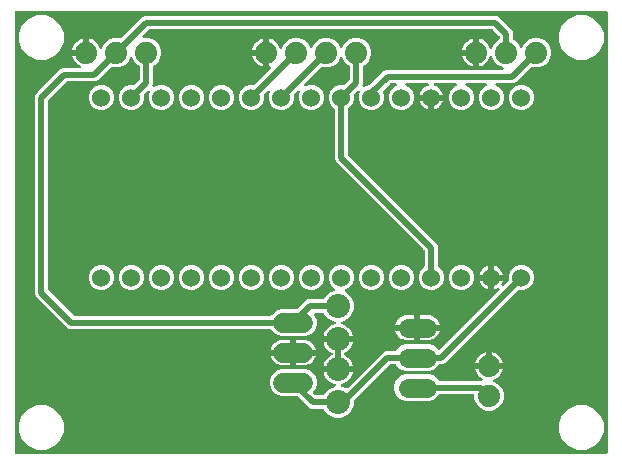
<source format=gbr>
G04 EAGLE Gerber RS-274X export*
G75*
%MOMM*%
%FSLAX34Y34*%
%LPD*%
%INBottom Copper*%
%IPPOS*%
%AMOC8*
5,1,8,0,0,1.08239X$1,22.5*%
G01*
%ADD10C,2.032000*%
%ADD11C,1.879600*%
%ADD12C,1.524000*%
%ADD13C,1.676400*%
%ADD14C,1.650000*%
%ADD15C,0.508000*%

G36*
X707000Y434864D02*
X707000Y434864D01*
X707119Y434871D01*
X707157Y434884D01*
X707198Y434889D01*
X707308Y434932D01*
X707421Y434969D01*
X707456Y434991D01*
X707493Y435006D01*
X707589Y435075D01*
X707690Y435139D01*
X707718Y435169D01*
X707751Y435192D01*
X707827Y435284D01*
X707908Y435371D01*
X707928Y435406D01*
X707953Y435437D01*
X708004Y435545D01*
X708062Y435649D01*
X708072Y435689D01*
X708089Y435725D01*
X708111Y435842D01*
X708141Y435957D01*
X708145Y436017D01*
X708149Y436037D01*
X708147Y436058D01*
X708151Y436118D01*
X708151Y808482D01*
X708136Y808600D01*
X708129Y808719D01*
X708116Y808757D01*
X708111Y808798D01*
X708068Y808908D01*
X708031Y809021D01*
X708009Y809056D01*
X707994Y809093D01*
X707925Y809189D01*
X707861Y809290D01*
X707831Y809318D01*
X707808Y809351D01*
X707716Y809427D01*
X707629Y809508D01*
X707594Y809528D01*
X707563Y809553D01*
X707455Y809604D01*
X707351Y809662D01*
X707311Y809672D01*
X707275Y809689D01*
X707158Y809711D01*
X707043Y809741D01*
X706983Y809745D01*
X706963Y809749D01*
X706942Y809747D01*
X706882Y809751D01*
X207518Y809751D01*
X207400Y809736D01*
X207281Y809729D01*
X207243Y809716D01*
X207202Y809711D01*
X207092Y809668D01*
X206979Y809631D01*
X206944Y809609D01*
X206907Y809594D01*
X206811Y809525D01*
X206710Y809461D01*
X206682Y809431D01*
X206649Y809408D01*
X206573Y809316D01*
X206492Y809229D01*
X206472Y809194D01*
X206447Y809163D01*
X206396Y809055D01*
X206338Y808951D01*
X206328Y808911D01*
X206311Y808875D01*
X206289Y808758D01*
X206259Y808643D01*
X206255Y808583D01*
X206251Y808563D01*
X206253Y808542D01*
X206249Y808482D01*
X206249Y436118D01*
X206264Y436000D01*
X206271Y435881D01*
X206284Y435843D01*
X206289Y435802D01*
X206332Y435692D01*
X206369Y435579D01*
X206391Y435544D01*
X206406Y435507D01*
X206475Y435411D01*
X206539Y435310D01*
X206569Y435282D01*
X206592Y435249D01*
X206684Y435173D01*
X206771Y435092D01*
X206806Y435072D01*
X206837Y435047D01*
X206945Y434996D01*
X207049Y434938D01*
X207089Y434928D01*
X207125Y434911D01*
X207242Y434889D01*
X207357Y434859D01*
X207417Y434855D01*
X207437Y434851D01*
X207458Y434853D01*
X207518Y434849D01*
X706882Y434849D01*
X707000Y434864D01*
G37*
%LPC*%
G36*
X480059Y532129D02*
X480059Y532129D01*
X480059Y533400D01*
X480044Y533518D01*
X480037Y533637D01*
X480024Y533675D01*
X480019Y533715D01*
X479975Y533826D01*
X479939Y533939D01*
X479917Y533974D01*
X479902Y534011D01*
X479832Y534107D01*
X479769Y534208D01*
X479739Y534236D01*
X479715Y534269D01*
X479624Y534344D01*
X479537Y534426D01*
X479502Y534446D01*
X479470Y534471D01*
X479363Y534522D01*
X479258Y534580D01*
X479219Y534590D01*
X479183Y534607D01*
X479066Y534629D01*
X478951Y534659D01*
X478890Y534663D01*
X478870Y534667D01*
X478850Y534665D01*
X478790Y534669D01*
X467603Y534669D01*
X467672Y535104D01*
X468290Y537005D01*
X469197Y538787D01*
X470372Y540404D01*
X471786Y541818D01*
X473403Y542993D01*
X475185Y543900D01*
X477178Y544548D01*
X477206Y544561D01*
X477235Y544568D01*
X477349Y544628D01*
X477466Y544683D01*
X477489Y544702D01*
X477516Y544716D01*
X477612Y544804D01*
X477711Y544886D01*
X477729Y544910D01*
X477751Y544930D01*
X477822Y545038D01*
X477898Y545143D01*
X477909Y545171D01*
X477926Y545196D01*
X477968Y545318D01*
X478016Y545439D01*
X478019Y545469D01*
X478029Y545497D01*
X478039Y545626D01*
X478056Y545754D01*
X478052Y545784D01*
X478054Y545814D01*
X478032Y545942D01*
X478016Y546070D01*
X478005Y546098D01*
X478000Y546127D01*
X477947Y546245D01*
X477899Y546366D01*
X477881Y546390D01*
X477869Y546417D01*
X477788Y546518D01*
X477712Y546623D01*
X477689Y546642D01*
X477671Y546666D01*
X477567Y546744D01*
X477467Y546826D01*
X477440Y546839D01*
X477417Y546857D01*
X477272Y546928D01*
X472578Y548872D01*
X468862Y552588D01*
X468402Y553698D01*
X468388Y553723D01*
X468379Y553751D01*
X468309Y553861D01*
X468245Y553974D01*
X468224Y553995D01*
X468209Y554020D01*
X468114Y554109D01*
X468024Y554202D01*
X467998Y554218D01*
X467977Y554238D01*
X467863Y554301D01*
X467752Y554369D01*
X467724Y554377D01*
X467698Y554392D01*
X467573Y554424D01*
X467449Y554462D01*
X467419Y554464D01*
X467390Y554471D01*
X467230Y554481D01*
X461142Y554481D01*
X461093Y554475D01*
X461044Y554477D01*
X460936Y554455D01*
X460827Y554441D01*
X460781Y554423D01*
X460732Y554413D01*
X460633Y554365D01*
X460531Y554324D01*
X460491Y554295D01*
X460446Y554273D01*
X460363Y554202D01*
X460274Y554138D01*
X460242Y554099D01*
X460204Y554067D01*
X460141Y553977D01*
X460071Y553893D01*
X460050Y553848D01*
X460021Y553807D01*
X459982Y553704D01*
X459936Y553605D01*
X459926Y553556D01*
X459909Y553510D01*
X459896Y553400D01*
X459876Y553293D01*
X459879Y553243D01*
X459873Y553194D01*
X459889Y553085D01*
X459896Y552975D01*
X459911Y552928D01*
X459918Y552879D01*
X459970Y552726D01*
X461773Y548374D01*
X461773Y543826D01*
X460033Y539625D01*
X456817Y536409D01*
X452616Y534669D01*
X431304Y534669D01*
X427103Y536409D01*
X423888Y539625D01*
X423845Y539728D01*
X423830Y539753D01*
X423821Y539781D01*
X423752Y539891D01*
X423687Y540004D01*
X423667Y540025D01*
X423651Y540050D01*
X423556Y540139D01*
X423466Y540232D01*
X423441Y540248D01*
X423419Y540268D01*
X423306Y540331D01*
X423195Y540399D01*
X423167Y540407D01*
X423141Y540422D01*
X423015Y540454D01*
X422891Y540492D01*
X422862Y540494D01*
X422833Y540501D01*
X422672Y540511D01*
X252888Y540511D01*
X250834Y541362D01*
X223862Y568334D01*
X223011Y570388D01*
X223011Y737712D01*
X223862Y739766D01*
X225613Y741516D01*
X244738Y760642D01*
X246792Y761493D01*
X261037Y761493D01*
X261056Y761495D01*
X261076Y761493D01*
X261214Y761515D01*
X261352Y761533D01*
X261371Y761540D01*
X261390Y761543D01*
X261518Y761598D01*
X261648Y761650D01*
X261664Y761661D01*
X261682Y761669D01*
X261792Y761755D01*
X261905Y761836D01*
X261918Y761852D01*
X261934Y761864D01*
X262019Y761974D01*
X262108Y762081D01*
X262116Y762099D01*
X262129Y762115D01*
X262184Y762243D01*
X262244Y762369D01*
X262247Y762389D01*
X262255Y762407D01*
X262277Y762545D01*
X262303Y762681D01*
X262302Y762701D01*
X262305Y762721D01*
X262292Y762860D01*
X262284Y762999D01*
X262277Y763018D01*
X262276Y763038D01*
X262228Y763169D01*
X262186Y763301D01*
X262175Y763318D01*
X262168Y763337D01*
X262090Y763452D01*
X262015Y763570D01*
X262001Y763584D01*
X261990Y763600D01*
X261885Y763692D01*
X261784Y763788D01*
X261766Y763798D01*
X261751Y763811D01*
X261613Y763893D01*
X260443Y764489D01*
X258922Y765594D01*
X257594Y766922D01*
X256489Y768443D01*
X255636Y770117D01*
X255055Y771904D01*
X255015Y772161D01*
X265430Y772161D01*
X265548Y772176D01*
X265667Y772183D01*
X265705Y772196D01*
X265745Y772201D01*
X265856Y772244D01*
X265969Y772281D01*
X266003Y772303D01*
X266041Y772318D01*
X266137Y772388D01*
X266238Y772451D01*
X266266Y772481D01*
X266298Y772504D01*
X266374Y772596D01*
X266456Y772683D01*
X266475Y772718D01*
X266501Y772749D01*
X266552Y772857D01*
X266609Y772961D01*
X266620Y773001D01*
X266637Y773037D01*
X266659Y773154D01*
X266689Y773269D01*
X266693Y773330D01*
X266697Y773350D01*
X266695Y773370D01*
X266699Y773430D01*
X266699Y774701D01*
X267970Y774701D01*
X268088Y774716D01*
X268207Y774723D01*
X268245Y774736D01*
X268285Y774741D01*
X268396Y774785D01*
X268509Y774821D01*
X268544Y774843D01*
X268581Y774858D01*
X268677Y774928D01*
X268778Y774991D01*
X268806Y775021D01*
X268839Y775045D01*
X268914Y775136D01*
X268996Y775223D01*
X269016Y775258D01*
X269041Y775290D01*
X269092Y775397D01*
X269150Y775502D01*
X269160Y775541D01*
X269177Y775577D01*
X269199Y775694D01*
X269229Y775809D01*
X269233Y775870D01*
X269237Y775890D01*
X269235Y775910D01*
X269239Y775970D01*
X269239Y786385D01*
X269496Y786345D01*
X271283Y785764D01*
X272957Y784911D01*
X274478Y783806D01*
X275806Y782478D01*
X276911Y780957D01*
X277764Y779283D01*
X277915Y778818D01*
X277928Y778791D01*
X277935Y778762D01*
X277995Y778647D01*
X278050Y778530D01*
X278069Y778507D01*
X278083Y778481D01*
X278171Y778385D01*
X278253Y778285D01*
X278277Y778268D01*
X278297Y778246D01*
X278406Y778174D01*
X278510Y778098D01*
X278538Y778087D01*
X278563Y778071D01*
X278686Y778029D01*
X278806Y777981D01*
X278836Y777977D01*
X278864Y777968D01*
X278993Y777957D01*
X279121Y777941D01*
X279151Y777945D01*
X279181Y777942D01*
X279309Y777965D01*
X279437Y777981D01*
X279465Y777992D01*
X279494Y777997D01*
X279612Y778050D01*
X279733Y778098D01*
X279757Y778115D01*
X279784Y778127D01*
X279885Y778208D01*
X279990Y778284D01*
X280009Y778307D01*
X280033Y778326D01*
X280110Y778429D01*
X280193Y778529D01*
X280206Y778556D01*
X280224Y778580D01*
X280295Y778725D01*
X281548Y781750D01*
X285050Y785252D01*
X289624Y787147D01*
X294576Y787147D01*
X295254Y786866D01*
X295283Y786858D01*
X295309Y786845D01*
X295436Y786816D01*
X295561Y786782D01*
X295590Y786781D01*
X295619Y786775D01*
X295749Y786779D01*
X295879Y786777D01*
X295908Y786784D01*
X295937Y786785D01*
X296062Y786821D01*
X296188Y786851D01*
X296214Y786865D01*
X296243Y786873D01*
X296354Y786939D01*
X296469Y787000D01*
X296491Y787019D01*
X296516Y787035D01*
X296637Y787141D01*
X314334Y804838D01*
X316388Y805689D01*
X614098Y805689D01*
X616152Y804838D01*
X627038Y793952D01*
X627889Y791898D01*
X627889Y786705D01*
X627892Y786676D01*
X627890Y786647D01*
X627912Y786519D01*
X627929Y786390D01*
X627939Y786362D01*
X627944Y786333D01*
X627998Y786215D01*
X628046Y786094D01*
X628063Y786070D01*
X628075Y786043D01*
X628156Y785942D01*
X628232Y785837D01*
X628255Y785818D01*
X628274Y785795D01*
X628377Y785717D01*
X628477Y785634D01*
X628504Y785621D01*
X628528Y785604D01*
X628672Y785533D01*
X629351Y785252D01*
X632852Y781750D01*
X633827Y779395D01*
X633896Y779275D01*
X633961Y779152D01*
X633975Y779137D01*
X633985Y779119D01*
X634082Y779019D01*
X634175Y778916D01*
X634192Y778905D01*
X634206Y778891D01*
X634325Y778818D01*
X634441Y778742D01*
X634460Y778735D01*
X634477Y778724D01*
X634610Y778683D01*
X634742Y778638D01*
X634762Y778637D01*
X634781Y778631D01*
X634920Y778624D01*
X635059Y778613D01*
X635079Y778617D01*
X635099Y778616D01*
X635235Y778644D01*
X635372Y778668D01*
X635391Y778676D01*
X635410Y778680D01*
X635536Y778741D01*
X635662Y778798D01*
X635678Y778811D01*
X635696Y778820D01*
X635802Y778910D01*
X635910Y778997D01*
X635923Y779013D01*
X635938Y779026D01*
X636018Y779140D01*
X636102Y779251D01*
X636114Y779276D01*
X636121Y779286D01*
X636128Y779305D01*
X636173Y779395D01*
X637148Y781751D01*
X640650Y785252D01*
X645224Y787147D01*
X650176Y787147D01*
X654750Y785252D01*
X658252Y781750D01*
X660147Y777176D01*
X660147Y772224D01*
X658252Y767650D01*
X654750Y764148D01*
X650176Y762253D01*
X645224Y762253D01*
X644546Y762534D01*
X644517Y762542D01*
X644491Y762555D01*
X644364Y762584D01*
X644239Y762618D01*
X644210Y762619D01*
X644181Y762625D01*
X644051Y762621D01*
X643921Y762623D01*
X643892Y762616D01*
X643863Y762615D01*
X643738Y762579D01*
X643612Y762549D01*
X643586Y762535D01*
X643557Y762527D01*
X643446Y762461D01*
X643331Y762400D01*
X643309Y762380D01*
X643284Y762365D01*
X643163Y762259D01*
X632296Y751393D01*
X630546Y749642D01*
X628492Y748791D01*
X614427Y748791D01*
X614358Y748783D01*
X614288Y748784D01*
X614201Y748763D01*
X614112Y748751D01*
X614047Y748726D01*
X613979Y748709D01*
X613900Y748667D01*
X613816Y748634D01*
X613760Y748593D01*
X613698Y748561D01*
X613631Y748500D01*
X613559Y748448D01*
X613514Y748394D01*
X613463Y748347D01*
X613413Y748272D01*
X613356Y748203D01*
X613326Y748139D01*
X613288Y748081D01*
X613259Y747996D01*
X613220Y747915D01*
X613207Y747846D01*
X613185Y747780D01*
X613178Y747691D01*
X613161Y747603D01*
X613165Y747533D01*
X613159Y747463D01*
X613175Y747375D01*
X613180Y747285D01*
X613202Y747219D01*
X613214Y747150D01*
X613251Y747068D01*
X613278Y746983D01*
X613316Y746924D01*
X613344Y746860D01*
X613401Y746790D01*
X613449Y746714D01*
X613499Y746666D01*
X613543Y746612D01*
X613615Y746557D01*
X613680Y746496D01*
X613741Y746462D01*
X613797Y746420D01*
X613942Y746349D01*
X615643Y745645D01*
X618645Y742643D01*
X620269Y738722D01*
X620269Y734478D01*
X618645Y730557D01*
X615643Y727555D01*
X611722Y725931D01*
X607478Y725931D01*
X603557Y727555D01*
X600555Y730557D01*
X598931Y734478D01*
X598931Y738722D01*
X600555Y742643D01*
X603557Y745645D01*
X605258Y746349D01*
X605319Y746384D01*
X605384Y746410D01*
X605457Y746462D01*
X605535Y746507D01*
X605585Y746555D01*
X605641Y746596D01*
X605699Y746666D01*
X605763Y746728D01*
X605799Y746788D01*
X605844Y746841D01*
X605882Y746923D01*
X605929Y746999D01*
X605950Y747066D01*
X605980Y747129D01*
X605996Y747217D01*
X606023Y747303D01*
X606026Y747373D01*
X606039Y747442D01*
X606034Y747531D01*
X606038Y747621D01*
X606024Y747689D01*
X606020Y747759D01*
X605992Y747844D01*
X605974Y747932D01*
X605943Y747995D01*
X605922Y748061D01*
X605874Y748137D01*
X605834Y748218D01*
X605789Y748271D01*
X605751Y748330D01*
X605686Y748392D01*
X605628Y748460D01*
X605571Y748500D01*
X605520Y748548D01*
X605441Y748591D01*
X605368Y748643D01*
X605302Y748668D01*
X605241Y748702D01*
X605154Y748724D01*
X605070Y748756D01*
X605001Y748764D01*
X604933Y748781D01*
X604773Y748791D01*
X589027Y748791D01*
X588958Y748783D01*
X588888Y748784D01*
X588801Y748763D01*
X588712Y748751D01*
X588647Y748726D01*
X588579Y748709D01*
X588500Y748667D01*
X588416Y748634D01*
X588360Y748593D01*
X588298Y748561D01*
X588231Y748500D01*
X588159Y748448D01*
X588114Y748394D01*
X588063Y748347D01*
X588013Y748272D01*
X587956Y748203D01*
X587926Y748139D01*
X587888Y748081D01*
X587859Y747996D01*
X587820Y747915D01*
X587807Y747846D01*
X587785Y747780D01*
X587778Y747691D01*
X587761Y747603D01*
X587765Y747533D01*
X587759Y747463D01*
X587775Y747375D01*
X587780Y747285D01*
X587802Y747219D01*
X587814Y747150D01*
X587851Y747068D01*
X587878Y746983D01*
X587916Y746924D01*
X587944Y746860D01*
X588001Y746790D01*
X588049Y746714D01*
X588099Y746666D01*
X588143Y746612D01*
X588215Y746557D01*
X588280Y746496D01*
X588341Y746462D01*
X588397Y746420D01*
X588542Y746349D01*
X590243Y745645D01*
X593245Y742643D01*
X594869Y738722D01*
X594869Y734478D01*
X593245Y730557D01*
X590243Y727555D01*
X586322Y725931D01*
X582078Y725931D01*
X578157Y727555D01*
X575155Y730557D01*
X573531Y734478D01*
X573531Y738722D01*
X575155Y742643D01*
X578157Y745645D01*
X579858Y746349D01*
X579919Y746384D01*
X579984Y746410D01*
X580057Y746462D01*
X580135Y746507D01*
X580185Y746555D01*
X580241Y746596D01*
X580299Y746666D01*
X580363Y746728D01*
X580399Y746788D01*
X580444Y746841D01*
X580482Y746923D01*
X580529Y746999D01*
X580550Y747066D01*
X580580Y747129D01*
X580596Y747217D01*
X580623Y747303D01*
X580626Y747373D01*
X580639Y747442D01*
X580634Y747531D01*
X580638Y747621D01*
X580624Y747689D01*
X580620Y747759D01*
X580592Y747844D01*
X580574Y747932D01*
X580543Y747995D01*
X580522Y748061D01*
X580474Y748137D01*
X580434Y748218D01*
X580389Y748271D01*
X580351Y748330D01*
X580286Y748392D01*
X580228Y748460D01*
X580171Y748500D01*
X580120Y748548D01*
X580041Y748591D01*
X579968Y748643D01*
X579902Y748668D01*
X579841Y748702D01*
X579754Y748724D01*
X579670Y748756D01*
X579601Y748764D01*
X579533Y748781D01*
X579373Y748791D01*
X562174Y748791D01*
X562055Y748776D01*
X561936Y748769D01*
X561898Y748756D01*
X561858Y748751D01*
X561747Y748707D01*
X561634Y748671D01*
X561600Y748649D01*
X561562Y748634D01*
X561466Y748564D01*
X561365Y748500D01*
X561338Y748471D01*
X561305Y748448D01*
X561229Y748355D01*
X561147Y748269D01*
X561128Y748233D01*
X561102Y748203D01*
X561051Y748095D01*
X560994Y747990D01*
X560984Y747951D01*
X560967Y747915D01*
X560944Y747798D01*
X560914Y747682D01*
X560914Y747642D01*
X560907Y747603D01*
X560914Y747483D01*
X560914Y747364D01*
X560924Y747325D01*
X560927Y747285D01*
X560963Y747172D01*
X560993Y747056D01*
X561012Y747021D01*
X561025Y746983D01*
X561088Y746882D01*
X561146Y746777D01*
X561173Y746748D01*
X561195Y746714D01*
X561282Y746632D01*
X561363Y746545D01*
X561397Y746523D01*
X561426Y746496D01*
X561531Y746438D01*
X561632Y746374D01*
X561687Y746352D01*
X561705Y746342D01*
X561725Y746337D01*
X561781Y746315D01*
X562700Y746016D01*
X564125Y745290D01*
X565419Y744350D01*
X566550Y743219D01*
X567490Y741925D01*
X568216Y740500D01*
X568659Y739139D01*
X560070Y739139D01*
X559952Y739124D01*
X559833Y739117D01*
X559795Y739104D01*
X559755Y739099D01*
X559644Y739056D01*
X559531Y739019D01*
X559497Y738997D01*
X559459Y738982D01*
X559363Y738912D01*
X559262Y738849D01*
X559234Y738819D01*
X559202Y738795D01*
X559126Y738704D01*
X559044Y738617D01*
X559025Y738582D01*
X558999Y738551D01*
X558948Y738443D01*
X558891Y738339D01*
X558880Y738299D01*
X558863Y738263D01*
X558841Y738146D01*
X558811Y738031D01*
X558807Y737970D01*
X558803Y737950D01*
X558805Y737930D01*
X558801Y737870D01*
X558801Y736599D01*
X558799Y736599D01*
X558799Y737870D01*
X558784Y737988D01*
X558777Y738107D01*
X558764Y738145D01*
X558759Y738185D01*
X558715Y738296D01*
X558679Y738409D01*
X558657Y738444D01*
X558642Y738481D01*
X558572Y738577D01*
X558509Y738678D01*
X558479Y738706D01*
X558455Y738739D01*
X558364Y738814D01*
X558277Y738896D01*
X558242Y738916D01*
X558210Y738941D01*
X558103Y738992D01*
X557998Y739050D01*
X557959Y739060D01*
X557923Y739077D01*
X557806Y739099D01*
X557691Y739129D01*
X557630Y739133D01*
X557610Y739137D01*
X557590Y739135D01*
X557530Y739139D01*
X548941Y739139D01*
X549384Y740500D01*
X550110Y741925D01*
X551050Y743219D01*
X552181Y744350D01*
X553475Y745290D01*
X554900Y746016D01*
X555819Y746315D01*
X555927Y746366D01*
X556038Y746410D01*
X556070Y746433D01*
X556106Y746450D01*
X556198Y746526D01*
X556295Y746596D01*
X556321Y746627D01*
X556351Y746653D01*
X556422Y746749D01*
X556498Y746841D01*
X556515Y746878D01*
X556538Y746910D01*
X556582Y747021D01*
X556633Y747129D01*
X556641Y747168D01*
X556656Y747206D01*
X556671Y747324D01*
X556693Y747442D01*
X556691Y747481D01*
X556696Y747521D01*
X556681Y747640D01*
X556673Y747759D01*
X556661Y747797D01*
X556656Y747837D01*
X556612Y747948D01*
X556575Y748061D01*
X556554Y748095D01*
X556539Y748133D01*
X556469Y748229D01*
X556405Y748330D01*
X556376Y748358D01*
X556352Y748390D01*
X556260Y748466D01*
X556174Y748548D01*
X556138Y748567D01*
X556108Y748593D01*
X556000Y748644D01*
X555895Y748702D01*
X555856Y748712D01*
X555820Y748729D01*
X555703Y748751D01*
X555587Y748781D01*
X555528Y748785D01*
X555508Y748789D01*
X555487Y748787D01*
X555426Y748791D01*
X538227Y748791D01*
X538158Y748783D01*
X538088Y748784D01*
X538001Y748763D01*
X537912Y748751D01*
X537847Y748726D01*
X537779Y748709D01*
X537700Y748667D01*
X537616Y748634D01*
X537560Y748593D01*
X537498Y748561D01*
X537431Y748500D01*
X537359Y748448D01*
X537314Y748394D01*
X537263Y748347D01*
X537213Y748272D01*
X537156Y748203D01*
X537126Y748139D01*
X537088Y748081D01*
X537059Y747996D01*
X537020Y747915D01*
X537007Y747846D01*
X536985Y747780D01*
X536978Y747691D01*
X536961Y747603D01*
X536965Y747533D01*
X536959Y747463D01*
X536975Y747375D01*
X536980Y747285D01*
X537002Y747219D01*
X537014Y747150D01*
X537051Y747068D01*
X537078Y746983D01*
X537116Y746924D01*
X537144Y746860D01*
X537201Y746790D01*
X537249Y746714D01*
X537299Y746666D01*
X537343Y746612D01*
X537415Y746557D01*
X537480Y746496D01*
X537541Y746462D01*
X537597Y746420D01*
X537742Y746349D01*
X539443Y745645D01*
X542445Y742643D01*
X544069Y738722D01*
X544069Y734478D01*
X542445Y730557D01*
X539443Y727555D01*
X535522Y725931D01*
X531278Y725931D01*
X527357Y727555D01*
X524355Y730557D01*
X522731Y734478D01*
X522731Y738722D01*
X524355Y742643D01*
X527357Y745645D01*
X529058Y746349D01*
X529119Y746384D01*
X529184Y746410D01*
X529257Y746462D01*
X529335Y746507D01*
X529385Y746555D01*
X529441Y746596D01*
X529499Y746666D01*
X529563Y746728D01*
X529599Y746788D01*
X529644Y746841D01*
X529682Y746923D01*
X529729Y746999D01*
X529750Y747066D01*
X529780Y747129D01*
X529796Y747217D01*
X529823Y747303D01*
X529826Y747373D01*
X529839Y747442D01*
X529834Y747531D01*
X529838Y747621D01*
X529824Y747689D01*
X529820Y747759D01*
X529792Y747844D01*
X529774Y747932D01*
X529743Y747995D01*
X529722Y748061D01*
X529674Y748137D01*
X529634Y748218D01*
X529589Y748271D01*
X529551Y748330D01*
X529486Y748392D01*
X529428Y748460D01*
X529371Y748500D01*
X529320Y748548D01*
X529241Y748591D01*
X529168Y748643D01*
X529102Y748668D01*
X529041Y748702D01*
X528954Y748724D01*
X528870Y748756D01*
X528801Y748764D01*
X528733Y748781D01*
X528573Y748791D01*
X524811Y748791D01*
X524712Y748779D01*
X524613Y748776D01*
X524555Y748759D01*
X524495Y748751D01*
X524403Y748715D01*
X524308Y748687D01*
X524256Y748657D01*
X524199Y748634D01*
X524119Y748576D01*
X524034Y748526D01*
X523959Y748460D01*
X523942Y748448D01*
X523934Y748438D01*
X523913Y748420D01*
X517964Y742471D01*
X517946Y742447D01*
X517924Y742428D01*
X517849Y742322D01*
X517769Y742219D01*
X517757Y742192D01*
X517741Y742168D01*
X517695Y742047D01*
X517643Y741927D01*
X517638Y741898D01*
X517628Y741871D01*
X517613Y741742D01*
X517593Y741613D01*
X517596Y741584D01*
X517593Y741555D01*
X517611Y741426D01*
X517623Y741297D01*
X517633Y741269D01*
X517637Y741240D01*
X517689Y741087D01*
X518669Y738722D01*
X518669Y734478D01*
X517045Y730557D01*
X514043Y727555D01*
X510122Y725931D01*
X505878Y725931D01*
X501957Y727555D01*
X498955Y730557D01*
X497331Y734478D01*
X497331Y738722D01*
X498217Y740860D01*
X498235Y740927D01*
X498263Y740991D01*
X498277Y741080D01*
X498301Y741166D01*
X498302Y741236D01*
X498313Y741305D01*
X498304Y741395D01*
X498306Y741484D01*
X498289Y741552D01*
X498283Y741622D01*
X498252Y741706D01*
X498232Y741794D01*
X498199Y741855D01*
X498175Y741921D01*
X498125Y741995D01*
X498083Y742075D01*
X498036Y742126D01*
X497997Y742184D01*
X497929Y742244D01*
X497869Y742310D01*
X497811Y742348D01*
X497758Y742395D01*
X497678Y742436D01*
X497603Y742485D01*
X497537Y742508D01*
X497475Y742539D01*
X497387Y742559D01*
X497302Y742588D01*
X497233Y742594D01*
X497165Y742609D01*
X497075Y742606D01*
X496985Y742613D01*
X496917Y742601D01*
X496847Y742599D01*
X496761Y742574D01*
X496672Y742559D01*
X496608Y742530D01*
X496541Y742511D01*
X496464Y742465D01*
X496382Y742428D01*
X496328Y742385D01*
X496267Y742349D01*
X496147Y742243D01*
X493640Y739737D01*
X493580Y739659D01*
X493512Y739586D01*
X493483Y739533D01*
X493446Y739486D01*
X493406Y739395D01*
X493358Y739308D01*
X493343Y739249D01*
X493319Y739194D01*
X493304Y739096D01*
X493279Y739000D01*
X493273Y738900D01*
X493269Y738880D01*
X493271Y738867D01*
X493269Y738839D01*
X493269Y734478D01*
X491645Y730557D01*
X488560Y727473D01*
X488500Y727394D01*
X488432Y727322D01*
X488403Y727269D01*
X488366Y727221D01*
X488326Y727130D01*
X488278Y727044D01*
X488263Y726985D01*
X488239Y726929D01*
X488224Y726832D01*
X488199Y726736D01*
X488193Y726636D01*
X488189Y726615D01*
X488191Y726603D01*
X488189Y726575D01*
X488189Y688641D01*
X488201Y688542D01*
X488204Y688443D01*
X488221Y688385D01*
X488229Y688325D01*
X488265Y688233D01*
X488293Y688138D01*
X488323Y688086D01*
X488346Y688029D01*
X488404Y687949D01*
X488454Y687864D01*
X488520Y687789D01*
X488532Y687772D01*
X488542Y687764D01*
X488560Y687743D01*
X563538Y612766D01*
X564389Y610712D01*
X564389Y594225D01*
X564401Y594127D01*
X564404Y594028D01*
X564421Y593969D01*
X564429Y593909D01*
X564465Y593817D01*
X564493Y593722D01*
X564523Y593670D01*
X564546Y593614D01*
X564604Y593534D01*
X564654Y593448D01*
X564720Y593373D01*
X564732Y593356D01*
X564742Y593349D01*
X564760Y593327D01*
X567845Y590243D01*
X569469Y586322D01*
X569469Y582078D01*
X567845Y578157D01*
X564843Y575155D01*
X560922Y573531D01*
X556678Y573531D01*
X552757Y575155D01*
X549755Y578157D01*
X548131Y582078D01*
X548131Y586322D01*
X549755Y590243D01*
X552840Y593327D01*
X552900Y593406D01*
X552968Y593478D01*
X552997Y593531D01*
X553034Y593579D01*
X553074Y593670D01*
X553122Y593756D01*
X553137Y593815D01*
X553161Y593871D01*
X553176Y593968D01*
X553201Y594064D01*
X553207Y594164D01*
X553211Y594185D01*
X553209Y594197D01*
X553211Y594225D01*
X553211Y606759D01*
X553199Y606858D01*
X553196Y606957D01*
X553179Y607015D01*
X553171Y607075D01*
X553135Y607167D01*
X553107Y607262D01*
X553077Y607314D01*
X553054Y607371D01*
X552996Y607451D01*
X552946Y607536D01*
X552880Y607611D01*
X552868Y607628D01*
X552858Y607636D01*
X552840Y607657D01*
X477862Y682634D01*
X477011Y684688D01*
X477011Y726575D01*
X476999Y726673D01*
X476996Y726772D01*
X476979Y726831D01*
X476971Y726891D01*
X476935Y726983D01*
X476907Y727078D01*
X476877Y727130D01*
X476854Y727186D01*
X476796Y727266D01*
X476746Y727352D01*
X476680Y727427D01*
X476668Y727444D01*
X476658Y727451D01*
X476640Y727473D01*
X473555Y730557D01*
X471931Y734478D01*
X471931Y738722D01*
X473555Y742643D01*
X476557Y745645D01*
X480478Y747269D01*
X484839Y747269D01*
X484938Y747281D01*
X485037Y747284D01*
X485095Y747301D01*
X485155Y747309D01*
X485247Y747345D01*
X485342Y747373D01*
X485394Y747403D01*
X485451Y747426D01*
X485531Y747484D01*
X485616Y747534D01*
X485691Y747600D01*
X485708Y747612D01*
X485716Y747622D01*
X485737Y747640D01*
X489340Y751243D01*
X489400Y751321D01*
X489468Y751394D01*
X489497Y751447D01*
X489534Y751494D01*
X489574Y751585D01*
X489622Y751672D01*
X489637Y751731D01*
X489661Y751786D01*
X489676Y751884D01*
X489701Y751980D01*
X489707Y752071D01*
X489709Y752081D01*
X489708Y752086D01*
X489711Y752100D01*
X489709Y752113D01*
X489711Y752141D01*
X489711Y762695D01*
X489708Y762724D01*
X489710Y762753D01*
X489688Y762881D01*
X489671Y763010D01*
X489661Y763038D01*
X489656Y763067D01*
X489602Y763185D01*
X489554Y763306D01*
X489537Y763330D01*
X489525Y763357D01*
X489444Y763458D01*
X489368Y763563D01*
X489345Y763582D01*
X489326Y763605D01*
X489223Y763683D01*
X489123Y763766D01*
X489096Y763779D01*
X489072Y763796D01*
X488928Y763867D01*
X488250Y764148D01*
X484748Y767650D01*
X483773Y770005D01*
X483704Y770125D01*
X483639Y770248D01*
X483625Y770263D01*
X483615Y770281D01*
X483518Y770381D01*
X483425Y770484D01*
X483408Y770495D01*
X483394Y770509D01*
X483275Y770582D01*
X483159Y770658D01*
X483140Y770665D01*
X483123Y770676D01*
X482990Y770716D01*
X482858Y770762D01*
X482838Y770763D01*
X482819Y770769D01*
X482680Y770776D01*
X482541Y770787D01*
X482521Y770783D01*
X482501Y770784D01*
X482365Y770756D01*
X482228Y770732D01*
X482209Y770724D01*
X482190Y770720D01*
X482064Y770659D01*
X481938Y770602D01*
X481922Y770589D01*
X481904Y770580D01*
X481798Y770490D01*
X481690Y770403D01*
X481677Y770387D01*
X481662Y770374D01*
X481582Y770260D01*
X481498Y770149D01*
X481486Y770124D01*
X481479Y770114D01*
X481472Y770095D01*
X481427Y770005D01*
X480452Y767650D01*
X476950Y764148D01*
X472376Y762253D01*
X467424Y762253D01*
X466746Y762534D01*
X466718Y762542D01*
X466691Y762555D01*
X466564Y762584D01*
X466439Y762618D01*
X466410Y762619D01*
X466381Y762625D01*
X466251Y762621D01*
X466121Y762623D01*
X466092Y762616D01*
X466063Y762615D01*
X465938Y762579D01*
X465812Y762549D01*
X465786Y762535D01*
X465757Y762527D01*
X465646Y762461D01*
X465531Y762400D01*
X465509Y762381D01*
X465484Y762365D01*
X465363Y762259D01*
X451557Y748453D01*
X451514Y748398D01*
X451464Y748350D01*
X451417Y748273D01*
X451362Y748202D01*
X451334Y748138D01*
X451298Y748079D01*
X451272Y747993D01*
X451236Y747910D01*
X451225Y747841D01*
X451204Y747775D01*
X451200Y747685D01*
X451186Y747596D01*
X451193Y747527D01*
X451189Y747457D01*
X451207Y747369D01*
X451216Y747280D01*
X451239Y747214D01*
X451254Y747146D01*
X451293Y747065D01*
X451323Y746980D01*
X451363Y746923D01*
X451393Y746860D01*
X451452Y746792D01*
X451502Y746717D01*
X451554Y746671D01*
X451600Y746618D01*
X451673Y746566D01*
X451740Y746507D01*
X451803Y746475D01*
X451860Y746435D01*
X451944Y746403D01*
X452024Y746362D01*
X452092Y746347D01*
X452157Y746322D01*
X452246Y746312D01*
X452334Y746292D01*
X452404Y746295D01*
X452473Y746287D01*
X452562Y746299D01*
X452652Y746302D01*
X452719Y746322D01*
X452788Y746331D01*
X452940Y746383D01*
X455078Y747269D01*
X459322Y747269D01*
X463243Y745645D01*
X466245Y742643D01*
X467869Y738722D01*
X467869Y734478D01*
X466245Y730557D01*
X463243Y727555D01*
X459322Y725931D01*
X455078Y725931D01*
X451157Y727555D01*
X448155Y730557D01*
X446531Y734478D01*
X446531Y738722D01*
X447417Y740860D01*
X447435Y740927D01*
X447463Y740991D01*
X447477Y741080D01*
X447501Y741166D01*
X447502Y741236D01*
X447513Y741305D01*
X447504Y741395D01*
X447506Y741484D01*
X447489Y741552D01*
X447483Y741622D01*
X447452Y741706D01*
X447431Y741794D01*
X447399Y741855D01*
X447375Y741921D01*
X447325Y741995D01*
X447283Y742075D01*
X447236Y742126D01*
X447197Y742184D01*
X447129Y742244D01*
X447069Y742310D01*
X447010Y742348D01*
X446958Y742395D01*
X446878Y742435D01*
X446803Y742485D01*
X446737Y742508D01*
X446675Y742539D01*
X446587Y742559D01*
X446502Y742588D01*
X446433Y742594D01*
X446365Y742609D01*
X446275Y742606D01*
X446185Y742613D01*
X446117Y742601D01*
X446047Y742599D01*
X445960Y742574D01*
X445872Y742559D01*
X445808Y742530D01*
X445741Y742511D01*
X445664Y742465D01*
X445582Y742428D01*
X445527Y742385D01*
X445467Y742349D01*
X445347Y742243D01*
X442840Y739737D01*
X442780Y739659D01*
X442712Y739586D01*
X442683Y739533D01*
X442646Y739486D01*
X442606Y739395D01*
X442558Y739308D01*
X442543Y739249D01*
X442519Y739194D01*
X442504Y739096D01*
X442479Y739000D01*
X442473Y738900D01*
X442469Y738880D01*
X442471Y738867D01*
X442469Y738839D01*
X442469Y734478D01*
X440845Y730557D01*
X437843Y727555D01*
X433922Y725931D01*
X429678Y725931D01*
X425757Y727555D01*
X422755Y730557D01*
X421131Y734478D01*
X421131Y738722D01*
X422017Y740860D01*
X422035Y740927D01*
X422063Y740991D01*
X422077Y741080D01*
X422101Y741166D01*
X422102Y741236D01*
X422113Y741305D01*
X422104Y741395D01*
X422106Y741484D01*
X422089Y741552D01*
X422083Y741622D01*
X422052Y741706D01*
X422032Y741794D01*
X421999Y741855D01*
X421975Y741921D01*
X421925Y741995D01*
X421883Y742075D01*
X421836Y742126D01*
X421797Y742184D01*
X421729Y742244D01*
X421669Y742310D01*
X421611Y742348D01*
X421558Y742395D01*
X421478Y742435D01*
X421403Y742485D01*
X421337Y742508D01*
X421275Y742539D01*
X421187Y742559D01*
X421102Y742588D01*
X421033Y742594D01*
X420965Y742609D01*
X420875Y742606D01*
X420785Y742613D01*
X420717Y742601D01*
X420647Y742599D01*
X420561Y742574D01*
X420472Y742559D01*
X420408Y742530D01*
X420341Y742511D01*
X420264Y742465D01*
X420182Y742428D01*
X420127Y742385D01*
X420067Y742349D01*
X419947Y742243D01*
X417440Y739737D01*
X417380Y739659D01*
X417312Y739586D01*
X417283Y739533D01*
X417246Y739486D01*
X417206Y739395D01*
X417158Y739308D01*
X417143Y739249D01*
X417119Y739194D01*
X417104Y739096D01*
X417079Y739000D01*
X417073Y738900D01*
X417069Y738880D01*
X417071Y738867D01*
X417069Y738839D01*
X417069Y734478D01*
X415445Y730557D01*
X412443Y727555D01*
X408522Y725931D01*
X404278Y725931D01*
X400357Y727555D01*
X397355Y730557D01*
X395731Y734478D01*
X395731Y738722D01*
X397355Y742643D01*
X400357Y745645D01*
X404278Y747269D01*
X408639Y747269D01*
X408738Y747281D01*
X408837Y747284D01*
X408895Y747301D01*
X408955Y747309D01*
X409047Y747345D01*
X409142Y747373D01*
X409194Y747403D01*
X409251Y747426D01*
X409331Y747484D01*
X409416Y747534D01*
X409491Y747600D01*
X409508Y747612D01*
X409516Y747622D01*
X409537Y747640D01*
X422764Y760868D01*
X422813Y760931D01*
X422870Y760987D01*
X422910Y761056D01*
X422959Y761119D01*
X422991Y761193D01*
X423032Y761261D01*
X423054Y761338D01*
X423086Y761411D01*
X423098Y761490D01*
X423121Y761566D01*
X423123Y761646D01*
X423136Y761725D01*
X423128Y761805D01*
X423131Y761884D01*
X423113Y761962D01*
X423106Y762042D01*
X423079Y762117D01*
X423062Y762195D01*
X423025Y762266D01*
X422998Y762341D01*
X422954Y762407D01*
X422917Y762478D01*
X422864Y762538D01*
X422820Y762604D01*
X422760Y762657D01*
X422707Y762717D01*
X422641Y762762D01*
X422581Y762815D01*
X422510Y762851D01*
X422444Y762896D01*
X422369Y762923D01*
X422298Y762959D01*
X422220Y762977D01*
X422145Y763004D01*
X422066Y763012D01*
X421988Y763029D01*
X421908Y763027D01*
X421829Y763034D01*
X421671Y763020D01*
X421670Y763019D01*
X421669Y763019D01*
X421668Y763019D01*
X421639Y763015D01*
X421639Y773430D01*
X421624Y773548D01*
X421617Y773667D01*
X421604Y773705D01*
X421599Y773745D01*
X421556Y773856D01*
X421519Y773969D01*
X421497Y774003D01*
X421482Y774041D01*
X421412Y774137D01*
X421349Y774238D01*
X421319Y774266D01*
X421295Y774298D01*
X421204Y774374D01*
X421117Y774456D01*
X421082Y774475D01*
X421051Y774501D01*
X420943Y774552D01*
X420839Y774609D01*
X420799Y774620D01*
X420763Y774637D01*
X420646Y774659D01*
X420531Y774689D01*
X420470Y774693D01*
X420450Y774697D01*
X420430Y774695D01*
X420370Y774699D01*
X419099Y774699D01*
X419099Y774701D01*
X420370Y774701D01*
X420488Y774716D01*
X420607Y774723D01*
X420645Y774736D01*
X420685Y774741D01*
X420796Y774785D01*
X420909Y774821D01*
X420944Y774843D01*
X420981Y774858D01*
X421077Y774928D01*
X421178Y774991D01*
X421206Y775021D01*
X421239Y775045D01*
X421314Y775136D01*
X421396Y775223D01*
X421416Y775258D01*
X421441Y775290D01*
X421492Y775397D01*
X421550Y775502D01*
X421560Y775541D01*
X421577Y775577D01*
X421599Y775694D01*
X421629Y775809D01*
X421633Y775870D01*
X421637Y775890D01*
X421635Y775910D01*
X421639Y775970D01*
X421639Y786385D01*
X421896Y786345D01*
X423683Y785764D01*
X425357Y784911D01*
X426878Y783806D01*
X428206Y782478D01*
X429311Y780957D01*
X430164Y779283D01*
X430315Y778818D01*
X430328Y778791D01*
X430335Y778762D01*
X430395Y778648D01*
X430450Y778530D01*
X430469Y778507D01*
X430483Y778481D01*
X430570Y778385D01*
X430653Y778285D01*
X430677Y778268D01*
X430697Y778246D01*
X430806Y778174D01*
X430910Y778098D01*
X430938Y778087D01*
X430963Y778071D01*
X431086Y778029D01*
X431206Y777981D01*
X431236Y777977D01*
X431264Y777968D01*
X431393Y777957D01*
X431521Y777941D01*
X431551Y777945D01*
X431581Y777942D01*
X431709Y777965D01*
X431837Y777981D01*
X431865Y777992D01*
X431894Y777997D01*
X432012Y778050D01*
X432133Y778098D01*
X432157Y778115D01*
X432184Y778127D01*
X432285Y778208D01*
X432390Y778284D01*
X432409Y778307D01*
X432433Y778326D01*
X432511Y778430D01*
X432593Y778529D01*
X432606Y778556D01*
X432624Y778580D01*
X432695Y778725D01*
X433948Y781750D01*
X437450Y785252D01*
X442024Y787147D01*
X446976Y787147D01*
X451550Y785252D01*
X455052Y781750D01*
X456027Y779395D01*
X456096Y779275D01*
X456161Y779152D01*
X456175Y779137D01*
X456185Y779119D01*
X456282Y779019D01*
X456375Y778916D01*
X456392Y778905D01*
X456406Y778891D01*
X456524Y778818D01*
X456641Y778742D01*
X456660Y778735D01*
X456677Y778724D01*
X456810Y778684D01*
X456942Y778638D01*
X456962Y778637D01*
X456981Y778631D01*
X457120Y778624D01*
X457259Y778613D01*
X457279Y778617D01*
X457299Y778616D01*
X457435Y778644D01*
X457572Y778668D01*
X457591Y778676D01*
X457610Y778680D01*
X457735Y778741D01*
X457862Y778798D01*
X457878Y778811D01*
X457896Y778820D01*
X458002Y778910D01*
X458110Y778997D01*
X458123Y779013D01*
X458138Y779026D01*
X458218Y779140D01*
X458302Y779251D01*
X458314Y779276D01*
X458321Y779286D01*
X458328Y779305D01*
X458373Y779395D01*
X459348Y781750D01*
X462850Y785252D01*
X467424Y787147D01*
X472376Y787147D01*
X476950Y785252D01*
X480452Y781750D01*
X481427Y779395D01*
X481496Y779275D01*
X481561Y779152D01*
X481575Y779137D01*
X481585Y779119D01*
X481682Y779019D01*
X481775Y778916D01*
X481792Y778905D01*
X481806Y778891D01*
X481924Y778818D01*
X482041Y778742D01*
X482060Y778735D01*
X482077Y778724D01*
X482210Y778684D01*
X482342Y778638D01*
X482362Y778637D01*
X482381Y778631D01*
X482520Y778624D01*
X482659Y778613D01*
X482679Y778617D01*
X482699Y778616D01*
X482835Y778644D01*
X482972Y778668D01*
X482991Y778676D01*
X483010Y778680D01*
X483135Y778741D01*
X483262Y778798D01*
X483278Y778811D01*
X483296Y778820D01*
X483402Y778910D01*
X483510Y778997D01*
X483523Y779013D01*
X483538Y779026D01*
X483618Y779140D01*
X483702Y779251D01*
X483714Y779276D01*
X483721Y779286D01*
X483728Y779305D01*
X483773Y779395D01*
X484748Y781750D01*
X488250Y785252D01*
X492824Y787147D01*
X497776Y787147D01*
X502350Y785252D01*
X505852Y781750D01*
X507747Y777176D01*
X507747Y772224D01*
X505852Y767650D01*
X502350Y764148D01*
X501672Y763867D01*
X501647Y763853D01*
X501619Y763843D01*
X501509Y763774D01*
X501396Y763710D01*
X501375Y763689D01*
X501350Y763673D01*
X501261Y763579D01*
X501168Y763488D01*
X501152Y763463D01*
X501132Y763442D01*
X501069Y763328D01*
X501001Y763217D01*
X500993Y763189D01*
X500978Y763163D01*
X500946Y763037D01*
X500908Y762913D01*
X500906Y762884D01*
X500899Y762855D01*
X500889Y762695D01*
X500889Y748188D01*
X500568Y747415D01*
X500531Y747280D01*
X500491Y747148D01*
X500490Y747128D01*
X500484Y747108D01*
X500482Y746968D01*
X500476Y746830D01*
X500480Y746810D01*
X500479Y746790D01*
X500512Y746654D01*
X500540Y746519D01*
X500549Y746500D01*
X500553Y746481D01*
X500618Y746358D01*
X500680Y746233D01*
X500693Y746217D01*
X500702Y746200D01*
X500796Y746097D01*
X500886Y745991D01*
X500902Y745979D01*
X500916Y745964D01*
X501032Y745888D01*
X501146Y745808D01*
X501165Y745801D01*
X501182Y745789D01*
X501313Y745744D01*
X501443Y745695D01*
X501463Y745693D01*
X501483Y745686D01*
X501621Y745675D01*
X501759Y745660D01*
X501779Y745663D01*
X501800Y745661D01*
X501937Y745685D01*
X502074Y745704D01*
X502101Y745713D01*
X502113Y745715D01*
X502132Y745724D01*
X502227Y745756D01*
X505878Y747269D01*
X506429Y747269D01*
X506528Y747281D01*
X506627Y747284D01*
X506685Y747301D01*
X506745Y747309D01*
X506837Y747345D01*
X506932Y747373D01*
X506984Y747403D01*
X507041Y747426D01*
X507121Y747484D01*
X507206Y747534D01*
X507281Y747600D01*
X507298Y747612D01*
X507306Y747622D01*
X507327Y747640D01*
X518804Y759118D01*
X520858Y759969D01*
X618959Y759969D01*
X619028Y759977D01*
X619098Y759976D01*
X619185Y759997D01*
X619274Y760009D01*
X619339Y760034D01*
X619407Y760051D01*
X619486Y760093D01*
X619570Y760126D01*
X619626Y760167D01*
X619688Y760199D01*
X619755Y760260D01*
X619827Y760312D01*
X619872Y760366D01*
X619923Y760413D01*
X619973Y760488D01*
X620030Y760557D01*
X620060Y760621D01*
X620098Y760679D01*
X620127Y760764D01*
X620166Y760845D01*
X620179Y760914D01*
X620201Y760980D01*
X620208Y761069D01*
X620225Y761157D01*
X620221Y761227D01*
X620227Y761297D01*
X620211Y761385D01*
X620206Y761475D01*
X620184Y761541D01*
X620172Y761610D01*
X620135Y761692D01*
X620108Y761777D01*
X620070Y761836D01*
X620042Y761900D01*
X619986Y761970D01*
X619937Y762046D01*
X619887Y762094D01*
X619843Y762148D01*
X619771Y762203D01*
X619706Y762264D01*
X619645Y762298D01*
X619589Y762340D01*
X619444Y762411D01*
X615250Y764148D01*
X611748Y767650D01*
X610495Y770675D01*
X610480Y770701D01*
X610471Y770730D01*
X610401Y770839D01*
X610337Y770952D01*
X610316Y770973D01*
X610300Y770998D01*
X610206Y771087D01*
X610116Y771180D01*
X610090Y771196D01*
X610069Y771216D01*
X609955Y771279D01*
X609845Y771346D01*
X609816Y771355D01*
X609790Y771369D01*
X609665Y771402D01*
X609541Y771440D01*
X609511Y771441D01*
X609482Y771449D01*
X609352Y771449D01*
X609223Y771455D01*
X609194Y771449D01*
X609164Y771449D01*
X609039Y771417D01*
X608912Y771391D01*
X608885Y771378D01*
X608856Y771370D01*
X608743Y771308D01*
X608626Y771251D01*
X608603Y771232D01*
X608577Y771217D01*
X608483Y771129D01*
X608384Y771045D01*
X608367Y771020D01*
X608345Y771000D01*
X608276Y770891D01*
X608201Y770785D01*
X608190Y770757D01*
X608174Y770731D01*
X608115Y770582D01*
X607964Y770117D01*
X607111Y768443D01*
X606006Y766922D01*
X604678Y765594D01*
X603157Y764489D01*
X601483Y763636D01*
X599696Y763055D01*
X599439Y763015D01*
X599439Y773430D01*
X599424Y773548D01*
X599417Y773667D01*
X599404Y773705D01*
X599399Y773745D01*
X599356Y773856D01*
X599319Y773969D01*
X599297Y774003D01*
X599282Y774041D01*
X599212Y774137D01*
X599149Y774238D01*
X599119Y774266D01*
X599095Y774298D01*
X599004Y774374D01*
X598917Y774456D01*
X598882Y774475D01*
X598851Y774501D01*
X598743Y774552D01*
X598639Y774609D01*
X598599Y774620D01*
X598563Y774637D01*
X598446Y774659D01*
X598331Y774689D01*
X598270Y774693D01*
X598250Y774697D01*
X598230Y774695D01*
X598170Y774699D01*
X596899Y774699D01*
X596899Y774701D01*
X598170Y774701D01*
X598288Y774716D01*
X598407Y774723D01*
X598445Y774736D01*
X598485Y774741D01*
X598596Y774785D01*
X598709Y774821D01*
X598744Y774843D01*
X598781Y774858D01*
X598877Y774928D01*
X598978Y774991D01*
X599006Y775021D01*
X599039Y775045D01*
X599114Y775136D01*
X599196Y775223D01*
X599216Y775258D01*
X599241Y775290D01*
X599292Y775397D01*
X599350Y775502D01*
X599360Y775541D01*
X599377Y775577D01*
X599399Y775694D01*
X599429Y775809D01*
X599433Y775870D01*
X599437Y775890D01*
X599435Y775910D01*
X599439Y775970D01*
X599439Y786385D01*
X599696Y786345D01*
X601483Y785764D01*
X603157Y784911D01*
X604678Y783806D01*
X606006Y782478D01*
X607111Y780957D01*
X607964Y779283D01*
X608115Y778818D01*
X608128Y778791D01*
X608135Y778762D01*
X608195Y778648D01*
X608250Y778530D01*
X608269Y778507D01*
X608283Y778481D01*
X608370Y778385D01*
X608453Y778285D01*
X608477Y778268D01*
X608497Y778246D01*
X608606Y778174D01*
X608710Y778098D01*
X608738Y778087D01*
X608763Y778071D01*
X608886Y778029D01*
X609006Y777981D01*
X609036Y777977D01*
X609064Y777968D01*
X609193Y777957D01*
X609321Y777941D01*
X609351Y777945D01*
X609381Y777942D01*
X609509Y777965D01*
X609637Y777981D01*
X609665Y777992D01*
X609694Y777997D01*
X609812Y778050D01*
X609933Y778098D01*
X609957Y778115D01*
X609984Y778127D01*
X610085Y778208D01*
X610190Y778284D01*
X610209Y778307D01*
X610233Y778326D01*
X610311Y778430D01*
X610393Y778529D01*
X610406Y778556D01*
X610424Y778580D01*
X610495Y778725D01*
X611748Y781750D01*
X615249Y785252D01*
X615928Y785533D01*
X615953Y785547D01*
X615981Y785556D01*
X616091Y785626D01*
X616204Y785690D01*
X616225Y785711D01*
X616250Y785727D01*
X616339Y785821D01*
X616432Y785912D01*
X616448Y785937D01*
X616468Y785958D01*
X616531Y786072D01*
X616599Y786183D01*
X616607Y786211D01*
X616622Y786237D01*
X616654Y786362D01*
X616692Y786487D01*
X616694Y786516D01*
X616701Y786545D01*
X616711Y786705D01*
X616711Y787946D01*
X616699Y788044D01*
X616696Y788143D01*
X616679Y788201D01*
X616671Y788262D01*
X616635Y788354D01*
X616607Y788449D01*
X616577Y788501D01*
X616554Y788557D01*
X616496Y788637D01*
X616446Y788723D01*
X616380Y788798D01*
X616368Y788815D01*
X616358Y788822D01*
X616340Y788843D01*
X611043Y794140D01*
X610965Y794200D01*
X610893Y794268D01*
X610840Y794297D01*
X610792Y794334D01*
X610701Y794374D01*
X610615Y794422D01*
X610556Y794437D01*
X610500Y794461D01*
X610402Y794476D01*
X610307Y794501D01*
X610207Y794507D01*
X610186Y794511D01*
X610174Y794509D01*
X610146Y794511D01*
X320341Y794511D01*
X320242Y794499D01*
X320143Y794496D01*
X320085Y794479D01*
X320025Y794471D01*
X319933Y794435D01*
X319838Y794407D01*
X319786Y794377D01*
X319729Y794354D01*
X319649Y794296D01*
X319564Y794246D01*
X319489Y794180D01*
X319472Y794168D01*
X319464Y794158D01*
X319443Y794140D01*
X314617Y789313D01*
X314532Y789204D01*
X314443Y789097D01*
X314435Y789078D01*
X314422Y789062D01*
X314367Y788934D01*
X314308Y788809D01*
X314304Y788789D01*
X314296Y788770D01*
X314274Y788632D01*
X314248Y788496D01*
X314249Y788476D01*
X314246Y788456D01*
X314259Y788317D01*
X314268Y788179D01*
X314274Y788160D01*
X314276Y788140D01*
X314323Y788008D01*
X314366Y787877D01*
X314377Y787859D01*
X314383Y787840D01*
X314461Y787725D01*
X314536Y787608D01*
X314551Y787594D01*
X314562Y787577D01*
X314666Y787485D01*
X314767Y787390D01*
X314785Y787380D01*
X314800Y787367D01*
X314925Y787303D01*
X315046Y787236D01*
X315066Y787231D01*
X315084Y787222D01*
X315219Y787192D01*
X315354Y787157D01*
X315382Y787155D01*
X315394Y787152D01*
X315414Y787153D01*
X315515Y787147D01*
X319976Y787147D01*
X324550Y785252D01*
X328052Y781750D01*
X329947Y777176D01*
X329947Y772224D01*
X328052Y767650D01*
X324551Y764148D01*
X323872Y763867D01*
X323847Y763853D01*
X323819Y763844D01*
X323709Y763774D01*
X323596Y763710D01*
X323575Y763689D01*
X323550Y763673D01*
X323461Y763579D01*
X323368Y763488D01*
X323352Y763463D01*
X323332Y763442D01*
X323269Y763328D01*
X323201Y763217D01*
X323193Y763189D01*
X323178Y763163D01*
X323146Y763038D01*
X323108Y762913D01*
X323106Y762884D01*
X323099Y762855D01*
X323089Y762695D01*
X323089Y748188D01*
X322768Y747415D01*
X322732Y747280D01*
X322691Y747148D01*
X322690Y747128D01*
X322684Y747108D01*
X322682Y746969D01*
X322676Y746830D01*
X322680Y746810D01*
X322679Y746790D01*
X322712Y746655D01*
X322740Y746519D01*
X322749Y746500D01*
X322753Y746481D01*
X322818Y746358D01*
X322880Y746233D01*
X322893Y746217D01*
X322902Y746200D01*
X322995Y746097D01*
X323086Y745991D01*
X323102Y745979D01*
X323116Y745964D01*
X323232Y745888D01*
X323346Y745808D01*
X323365Y745801D01*
X323382Y745790D01*
X323513Y745744D01*
X323643Y745695D01*
X323663Y745693D01*
X323683Y745686D01*
X323821Y745675D01*
X323959Y745660D01*
X323979Y745663D01*
X324000Y745661D01*
X324137Y745685D01*
X324274Y745704D01*
X324301Y745713D01*
X324313Y745715D01*
X324332Y745724D01*
X324427Y745756D01*
X328078Y747269D01*
X332322Y747269D01*
X336243Y745645D01*
X339245Y742643D01*
X340869Y738722D01*
X340869Y734478D01*
X339245Y730557D01*
X336243Y727555D01*
X332322Y725931D01*
X328078Y725931D01*
X324157Y727555D01*
X321155Y730557D01*
X319531Y734478D01*
X319531Y738722D01*
X320417Y740860D01*
X320435Y740927D01*
X320463Y740991D01*
X320477Y741080D01*
X320501Y741166D01*
X320502Y741236D01*
X320513Y741305D01*
X320504Y741395D01*
X320506Y741484D01*
X320489Y741552D01*
X320483Y741622D01*
X320452Y741706D01*
X320431Y741794D01*
X320399Y741855D01*
X320375Y741921D01*
X320325Y741995D01*
X320283Y742075D01*
X320236Y742126D01*
X320197Y742184D01*
X320129Y742244D01*
X320069Y742310D01*
X320010Y742348D01*
X319958Y742395D01*
X319878Y742435D01*
X319803Y742485D01*
X319737Y742508D01*
X319675Y742539D01*
X319587Y742559D01*
X319502Y742588D01*
X319433Y742594D01*
X319365Y742609D01*
X319275Y742606D01*
X319185Y742613D01*
X319117Y742601D01*
X319047Y742599D01*
X318960Y742574D01*
X318872Y742559D01*
X318808Y742530D01*
X318741Y742511D01*
X318664Y742465D01*
X318582Y742428D01*
X318527Y742385D01*
X318467Y742349D01*
X318347Y742243D01*
X315840Y739737D01*
X315780Y739659D01*
X315712Y739586D01*
X315683Y739533D01*
X315646Y739486D01*
X315606Y739395D01*
X315558Y739308D01*
X315543Y739249D01*
X315519Y739194D01*
X315504Y739096D01*
X315479Y739000D01*
X315473Y738900D01*
X315469Y738880D01*
X315471Y738867D01*
X315469Y738839D01*
X315469Y734478D01*
X313845Y730557D01*
X310843Y727555D01*
X306922Y725931D01*
X302678Y725931D01*
X298757Y727555D01*
X295755Y730557D01*
X294131Y734478D01*
X294131Y738722D01*
X295755Y742643D01*
X298757Y745645D01*
X302678Y747269D01*
X307039Y747269D01*
X307138Y747281D01*
X307237Y747284D01*
X307295Y747301D01*
X307355Y747309D01*
X307447Y747345D01*
X307542Y747373D01*
X307594Y747403D01*
X307651Y747426D01*
X307731Y747484D01*
X307816Y747534D01*
X307891Y747600D01*
X307908Y747612D01*
X307916Y747622D01*
X307937Y747640D01*
X311540Y751243D01*
X311600Y751321D01*
X311668Y751394D01*
X311697Y751447D01*
X311734Y751494D01*
X311774Y751585D01*
X311822Y751672D01*
X311837Y751731D01*
X311861Y751786D01*
X311876Y751884D01*
X311901Y751980D01*
X311907Y752071D01*
X311909Y752081D01*
X311908Y752086D01*
X311911Y752100D01*
X311909Y752113D01*
X311911Y752141D01*
X311911Y762695D01*
X311908Y762724D01*
X311910Y762753D01*
X311888Y762881D01*
X311871Y763010D01*
X311861Y763038D01*
X311856Y763067D01*
X311802Y763185D01*
X311754Y763306D01*
X311737Y763330D01*
X311725Y763357D01*
X311644Y763458D01*
X311568Y763563D01*
X311545Y763582D01*
X311526Y763605D01*
X311423Y763683D01*
X311323Y763766D01*
X311296Y763779D01*
X311272Y763796D01*
X311128Y763867D01*
X310449Y764148D01*
X306948Y767650D01*
X305973Y770005D01*
X305904Y770125D01*
X305839Y770248D01*
X305825Y770263D01*
X305815Y770281D01*
X305718Y770381D01*
X305625Y770484D01*
X305608Y770495D01*
X305594Y770509D01*
X305476Y770582D01*
X305359Y770658D01*
X305340Y770665D01*
X305323Y770676D01*
X305190Y770716D01*
X305058Y770762D01*
X305038Y770763D01*
X305019Y770769D01*
X304880Y770776D01*
X304741Y770787D01*
X304721Y770783D01*
X304701Y770784D01*
X304565Y770756D01*
X304428Y770732D01*
X304409Y770724D01*
X304390Y770720D01*
X304265Y770659D01*
X304138Y770602D01*
X304122Y770589D01*
X304104Y770580D01*
X303998Y770490D01*
X303890Y770403D01*
X303877Y770387D01*
X303862Y770374D01*
X303782Y770260D01*
X303698Y770149D01*
X303686Y770124D01*
X303679Y770114D01*
X303672Y770095D01*
X303627Y770005D01*
X302652Y767650D01*
X299150Y764148D01*
X294576Y762253D01*
X289624Y762253D01*
X288946Y762534D01*
X288918Y762542D01*
X288891Y762555D01*
X288764Y762584D01*
X288639Y762618D01*
X288610Y762619D01*
X288581Y762625D01*
X288451Y762621D01*
X288321Y762623D01*
X288292Y762616D01*
X288263Y762615D01*
X288138Y762579D01*
X288012Y762549D01*
X287986Y762535D01*
X287957Y762527D01*
X287846Y762461D01*
X287731Y762400D01*
X287709Y762381D01*
X287684Y762365D01*
X287563Y762259D01*
X278220Y752917D01*
X276470Y751166D01*
X274416Y750315D01*
X250745Y750315D01*
X250646Y750303D01*
X250547Y750300D01*
X250489Y750283D01*
X250429Y750275D01*
X250337Y750239D01*
X250242Y750211D01*
X250190Y750181D01*
X250133Y750158D01*
X250053Y750100D01*
X249968Y750050D01*
X249893Y749984D01*
X249876Y749972D01*
X249868Y749962D01*
X249847Y749944D01*
X234560Y734657D01*
X234500Y734579D01*
X234432Y734506D01*
X234403Y734453D01*
X234366Y734406D01*
X234326Y734315D01*
X234278Y734228D01*
X234263Y734169D01*
X234239Y734114D01*
X234224Y734016D01*
X234199Y733920D01*
X234193Y733820D01*
X234189Y733800D01*
X234191Y733787D01*
X234189Y733759D01*
X234189Y574341D01*
X234201Y574242D01*
X234204Y574143D01*
X234221Y574085D01*
X234229Y574025D01*
X234265Y573933D01*
X234293Y573838D01*
X234323Y573786D01*
X234346Y573729D01*
X234404Y573649D01*
X234454Y573564D01*
X234520Y573489D01*
X234532Y573472D01*
X234542Y573464D01*
X234560Y573443D01*
X255943Y552060D01*
X256021Y552000D01*
X256094Y551932D01*
X256147Y551903D01*
X256194Y551866D01*
X256285Y551826D01*
X256372Y551778D01*
X256431Y551763D01*
X256486Y551739D01*
X256584Y551724D01*
X256680Y551699D01*
X256780Y551693D01*
X256800Y551689D01*
X256813Y551691D01*
X256841Y551689D01*
X422672Y551689D01*
X422702Y551692D01*
X422731Y551690D01*
X422859Y551712D01*
X422988Y551729D01*
X423015Y551739D01*
X423044Y551745D01*
X423163Y551798D01*
X423284Y551846D01*
X423307Y551863D01*
X423334Y551875D01*
X423436Y551956D01*
X423541Y552032D01*
X423560Y552055D01*
X423583Y552074D01*
X423661Y552178D01*
X423744Y552277D01*
X423756Y552304D01*
X423774Y552328D01*
X423845Y552472D01*
X423888Y552575D01*
X427103Y555791D01*
X431304Y557531D01*
X444961Y557531D01*
X445060Y557543D01*
X445159Y557546D01*
X445217Y557563D01*
X445277Y557571D01*
X445369Y557607D01*
X445464Y557635D01*
X445516Y557665D01*
X445573Y557688D01*
X445653Y557746D01*
X445738Y557796D01*
X445813Y557862D01*
X445830Y557874D01*
X445838Y557884D01*
X445859Y557902D01*
X452764Y564808D01*
X454818Y565659D01*
X467230Y565659D01*
X467259Y565662D01*
X467289Y565660D01*
X467417Y565682D01*
X467545Y565699D01*
X467573Y565709D01*
X467602Y565714D01*
X467720Y565768D01*
X467841Y565816D01*
X467865Y565833D01*
X467892Y565845D01*
X467993Y565926D01*
X468098Y566002D01*
X468117Y566025D01*
X468140Y566044D01*
X468218Y566147D01*
X468301Y566247D01*
X468314Y566274D01*
X468332Y566298D01*
X468402Y566442D01*
X468862Y567552D01*
X472578Y571268D01*
X476429Y572863D01*
X476550Y572932D01*
X476673Y572997D01*
X476688Y573011D01*
X476705Y573021D01*
X476805Y573117D01*
X476908Y573211D01*
X476919Y573228D01*
X476934Y573242D01*
X477006Y573360D01*
X477083Y573477D01*
X477089Y573496D01*
X477100Y573513D01*
X477141Y573646D01*
X477186Y573777D01*
X477188Y573798D01*
X477194Y573817D01*
X477200Y573956D01*
X477211Y574094D01*
X477208Y574114D01*
X477209Y574135D01*
X477181Y574271D01*
X477157Y574408D01*
X477149Y574426D01*
X477144Y574446D01*
X477083Y574571D01*
X477026Y574698D01*
X477014Y574713D01*
X477005Y574732D01*
X476915Y574838D01*
X476828Y574946D01*
X476812Y574958D01*
X476798Y574974D01*
X476685Y575054D01*
X476578Y575134D01*
X473555Y578157D01*
X471931Y582078D01*
X471931Y586322D01*
X473555Y590243D01*
X476557Y593245D01*
X480478Y594869D01*
X484722Y594869D01*
X488643Y593245D01*
X491645Y590243D01*
X493269Y586322D01*
X493269Y582078D01*
X491645Y578157D01*
X488643Y575155D01*
X486231Y574156D01*
X486110Y574087D01*
X485987Y574022D01*
X485972Y574009D01*
X485955Y573999D01*
X485854Y573902D01*
X485752Y573808D01*
X485741Y573792D01*
X485726Y573777D01*
X485653Y573658D01*
X485577Y573543D01*
X485571Y573524D01*
X485560Y573506D01*
X485519Y573373D01*
X485474Y573242D01*
X485472Y573222D01*
X485466Y573202D01*
X485460Y573063D01*
X485449Y572925D01*
X485452Y572905D01*
X485451Y572885D01*
X485479Y572749D01*
X485503Y572612D01*
X485511Y572593D01*
X485516Y572573D01*
X485577Y572448D01*
X485634Y572322D01*
X485646Y572306D01*
X485655Y572288D01*
X485746Y572182D01*
X485832Y572073D01*
X485848Y572061D01*
X485862Y572046D01*
X485976Y571965D01*
X486086Y571882D01*
X486112Y571869D01*
X486122Y571862D01*
X486141Y571855D01*
X486231Y571811D01*
X487542Y571268D01*
X491258Y567552D01*
X493269Y562697D01*
X493269Y557443D01*
X491258Y552588D01*
X487542Y548872D01*
X482848Y546928D01*
X482822Y546913D01*
X482794Y546904D01*
X482684Y546834D01*
X482572Y546770D01*
X482550Y546749D01*
X482525Y546733D01*
X482436Y546639D01*
X482343Y546549D01*
X482328Y546524D01*
X482307Y546502D01*
X482245Y546388D01*
X482177Y546278D01*
X482168Y546249D01*
X482154Y546223D01*
X482122Y546098D01*
X482083Y545974D01*
X482082Y545944D01*
X482075Y545915D01*
X482075Y545785D01*
X482068Y545656D01*
X482074Y545627D01*
X482074Y545597D01*
X482106Y545472D01*
X482133Y545345D01*
X482146Y545318D01*
X482153Y545289D01*
X482215Y545176D01*
X482272Y545059D01*
X482292Y545036D01*
X482306Y545010D01*
X482394Y544916D01*
X482479Y544817D01*
X482503Y544800D01*
X482524Y544778D01*
X482633Y544709D01*
X482739Y544634D01*
X482767Y544623D01*
X482792Y544607D01*
X482942Y544548D01*
X484935Y543900D01*
X486717Y542993D01*
X488334Y541818D01*
X489748Y540404D01*
X490923Y538787D01*
X491830Y537005D01*
X492448Y535104D01*
X492517Y534669D01*
X481330Y534669D01*
X481212Y534654D01*
X481093Y534647D01*
X481055Y534634D01*
X481015Y534629D01*
X480904Y534586D01*
X480791Y534549D01*
X480757Y534527D01*
X480719Y534512D01*
X480623Y534442D01*
X480522Y534379D01*
X480494Y534349D01*
X480462Y534325D01*
X480386Y534234D01*
X480304Y534147D01*
X480285Y534112D01*
X480259Y534081D01*
X480208Y533973D01*
X480151Y533869D01*
X480140Y533829D01*
X480123Y533793D01*
X480101Y533676D01*
X480071Y533561D01*
X480067Y533500D01*
X480063Y533480D01*
X480065Y533460D01*
X480061Y533400D01*
X480061Y532129D01*
X480059Y532129D01*
G37*
%LPD*%
%LPC*%
G36*
X477433Y465581D02*
X477433Y465581D01*
X472578Y467592D01*
X468862Y471308D01*
X468402Y472418D01*
X468388Y472443D01*
X468379Y472471D01*
X468309Y472581D01*
X468245Y472694D01*
X468224Y472715D01*
X468209Y472740D01*
X468114Y472829D01*
X468024Y472922D01*
X467998Y472938D01*
X467977Y472958D01*
X467863Y473021D01*
X467752Y473089D01*
X467724Y473097D01*
X467698Y473112D01*
X467573Y473144D01*
X467449Y473182D01*
X467419Y473184D01*
X467390Y473191D01*
X467230Y473201D01*
X457358Y473201D01*
X455304Y474052D01*
X445859Y483498D01*
X445781Y483558D01*
X445708Y483626D01*
X445655Y483655D01*
X445608Y483692D01*
X445517Y483732D01*
X445430Y483780D01*
X445371Y483795D01*
X445316Y483819D01*
X445218Y483834D01*
X445122Y483859D01*
X445022Y483865D01*
X445002Y483869D01*
X444989Y483867D01*
X444961Y483869D01*
X431304Y483869D01*
X427103Y485609D01*
X423887Y488825D01*
X422147Y493026D01*
X422147Y497574D01*
X423887Y501775D01*
X427103Y504991D01*
X431304Y506731D01*
X452616Y506731D01*
X456817Y504991D01*
X460033Y501775D01*
X461773Y497574D01*
X461773Y493026D01*
X460033Y488825D01*
X459083Y487876D01*
X459010Y487782D01*
X458931Y487692D01*
X458913Y487656D01*
X458888Y487624D01*
X458841Y487515D01*
X458787Y487409D01*
X458778Y487370D01*
X458762Y487332D01*
X458743Y487215D01*
X458717Y487099D01*
X458718Y487058D01*
X458712Y487018D01*
X458723Y486900D01*
X458727Y486781D01*
X458738Y486742D01*
X458742Y486702D01*
X458782Y486590D01*
X458815Y486475D01*
X458836Y486441D01*
X458849Y486402D01*
X458916Y486304D01*
X458977Y486201D01*
X459016Y486156D01*
X459028Y486139D01*
X459043Y486126D01*
X459083Y486081D01*
X460413Y484750D01*
X460491Y484690D01*
X460564Y484622D01*
X460617Y484593D01*
X460664Y484556D01*
X460755Y484516D01*
X460842Y484468D01*
X460901Y484453D01*
X460956Y484429D01*
X461054Y484414D01*
X461150Y484389D01*
X461250Y484383D01*
X461270Y484379D01*
X461283Y484381D01*
X461311Y484379D01*
X467230Y484379D01*
X467259Y484382D01*
X467289Y484380D01*
X467417Y484402D01*
X467545Y484419D01*
X467573Y484429D01*
X467602Y484434D01*
X467720Y484488D01*
X467841Y484536D01*
X467865Y484553D01*
X467892Y484565D01*
X467993Y484646D01*
X468098Y484722D01*
X468117Y484745D01*
X468140Y484764D01*
X468218Y484867D01*
X468301Y484967D01*
X468314Y484994D01*
X468332Y485018D01*
X468402Y485162D01*
X468862Y486272D01*
X472578Y489988D01*
X477272Y491932D01*
X477298Y491947D01*
X477326Y491956D01*
X477436Y492026D01*
X477548Y492090D01*
X477570Y492111D01*
X477595Y492127D01*
X477684Y492221D01*
X477777Y492311D01*
X477792Y492336D01*
X477813Y492358D01*
X477875Y492472D01*
X477943Y492582D01*
X477952Y492611D01*
X477966Y492637D01*
X477998Y492762D01*
X478037Y492886D01*
X478038Y492916D01*
X478045Y492945D01*
X478045Y493075D01*
X478052Y493204D01*
X478046Y493233D01*
X478046Y493263D01*
X478014Y493388D01*
X477987Y493515D01*
X477974Y493542D01*
X477967Y493571D01*
X477905Y493684D01*
X477848Y493801D01*
X477828Y493824D01*
X477814Y493850D01*
X477726Y493944D01*
X477641Y494043D01*
X477617Y494060D01*
X477596Y494082D01*
X477487Y494151D01*
X477381Y494226D01*
X477353Y494237D01*
X477328Y494253D01*
X477178Y494312D01*
X475185Y494960D01*
X473403Y495867D01*
X471786Y497042D01*
X470372Y498456D01*
X469197Y500073D01*
X468290Y501855D01*
X467672Y503756D01*
X467603Y504191D01*
X478790Y504191D01*
X478908Y504206D01*
X479027Y504213D01*
X479065Y504226D01*
X479105Y504231D01*
X479216Y504274D01*
X479329Y504311D01*
X479363Y504333D01*
X479401Y504348D01*
X479497Y504418D01*
X479598Y504481D01*
X479626Y504511D01*
X479658Y504534D01*
X479734Y504626D01*
X479816Y504713D01*
X479835Y504748D01*
X479861Y504779D01*
X479912Y504887D01*
X479969Y504991D01*
X479980Y505031D01*
X479997Y505067D01*
X480019Y505184D01*
X480049Y505299D01*
X480053Y505360D01*
X480057Y505380D01*
X480055Y505400D01*
X480059Y505460D01*
X480059Y506731D01*
X480061Y506731D01*
X480061Y505460D01*
X480076Y505342D01*
X480083Y505223D01*
X480096Y505185D01*
X480101Y505144D01*
X480145Y505034D01*
X480181Y504921D01*
X480203Y504886D01*
X480218Y504849D01*
X480288Y504753D01*
X480351Y504652D01*
X480381Y504624D01*
X480405Y504591D01*
X480496Y504516D01*
X480583Y504434D01*
X480618Y504414D01*
X480650Y504389D01*
X480757Y504338D01*
X480862Y504280D01*
X480901Y504270D01*
X480937Y504253D01*
X481054Y504231D01*
X481169Y504201D01*
X481230Y504197D01*
X481250Y504193D01*
X481270Y504195D01*
X481330Y504191D01*
X492517Y504191D01*
X492448Y503756D01*
X491830Y501855D01*
X490923Y500073D01*
X489748Y498456D01*
X488334Y497042D01*
X486717Y495867D01*
X484935Y494960D01*
X482942Y494312D01*
X482915Y494299D01*
X482885Y494292D01*
X482771Y494232D01*
X482654Y494177D01*
X482631Y494158D01*
X482604Y494144D01*
X482509Y494057D01*
X482409Y493974D01*
X482391Y493950D01*
X482369Y493930D01*
X482298Y493822D01*
X482222Y493717D01*
X482211Y493689D01*
X482194Y493664D01*
X482152Y493542D01*
X482104Y493421D01*
X482101Y493391D01*
X482091Y493363D01*
X482081Y493234D01*
X482064Y493106D01*
X482068Y493076D01*
X482066Y493046D01*
X482088Y492918D01*
X482104Y492790D01*
X482115Y492762D01*
X482120Y492733D01*
X482173Y492615D01*
X482221Y492494D01*
X482239Y492470D01*
X482251Y492443D01*
X482331Y492342D01*
X482408Y492237D01*
X482431Y492218D01*
X482449Y492194D01*
X482553Y492117D01*
X482653Y492034D01*
X482680Y492021D01*
X482703Y492003D01*
X482848Y491932D01*
X486671Y490349D01*
X486699Y490341D01*
X486726Y490327D01*
X486853Y490299D01*
X486978Y490265D01*
X487007Y490264D01*
X487036Y490258D01*
X487166Y490262D01*
X487296Y490260D01*
X487324Y490267D01*
X487354Y490267D01*
X487478Y490303D01*
X487605Y490334D01*
X487631Y490348D01*
X487659Y490356D01*
X487771Y490422D01*
X487886Y490483D01*
X487908Y490502D01*
X487933Y490517D01*
X488054Y490624D01*
X516800Y519369D01*
X518424Y520994D01*
X518550Y521120D01*
X520604Y521971D01*
X528103Y521971D01*
X528133Y521974D01*
X528162Y521972D01*
X528290Y521994D01*
X528419Y522011D01*
X528446Y522021D01*
X528475Y522027D01*
X528594Y522080D01*
X528714Y522128D01*
X528738Y522145D01*
X528765Y522157D01*
X528867Y522238D01*
X528972Y522314D01*
X528991Y522337D01*
X529014Y522356D01*
X529092Y522460D01*
X529175Y522559D01*
X529187Y522586D01*
X529205Y522610D01*
X529276Y522754D01*
X529287Y522782D01*
X532466Y525961D01*
X536618Y527681D01*
X557614Y527681D01*
X561766Y525961D01*
X564414Y523313D01*
X564508Y523240D01*
X564597Y523161D01*
X564633Y523143D01*
X564665Y523118D01*
X564775Y523070D01*
X564881Y523016D01*
X564920Y523008D01*
X564957Y522991D01*
X565075Y522973D01*
X565191Y522947D01*
X565231Y522948D01*
X565271Y522942D01*
X565390Y522953D01*
X565509Y522956D01*
X565548Y522968D01*
X565588Y522971D01*
X565700Y523012D01*
X565814Y523045D01*
X565849Y523065D01*
X565887Y523079D01*
X565986Y523146D01*
X566088Y523206D01*
X566134Y523246D01*
X566150Y523258D01*
X566164Y523273D01*
X566209Y523313D01*
X616356Y573459D01*
X616429Y573554D01*
X616508Y573643D01*
X616526Y573679D01*
X616550Y573710D01*
X616598Y573820D01*
X616652Y573926D01*
X616661Y573965D01*
X616677Y574002D01*
X616696Y574120D01*
X616722Y574237D01*
X616720Y574277D01*
X616727Y574316D01*
X616715Y574436D01*
X616712Y574555D01*
X616701Y574593D01*
X616697Y574633D01*
X616656Y574746D01*
X616623Y574860D01*
X616603Y574895D01*
X616589Y574932D01*
X616522Y575031D01*
X616461Y575134D01*
X616433Y575162D01*
X616411Y575195D01*
X616321Y575275D01*
X616237Y575359D01*
X616202Y575379D01*
X616172Y575406D01*
X616066Y575460D01*
X615963Y575521D01*
X615925Y575532D01*
X615889Y575551D01*
X615772Y575577D01*
X615658Y575610D01*
X615618Y575611D01*
X615579Y575620D01*
X615459Y575617D01*
X615340Y575620D01*
X615301Y575612D01*
X615261Y575611D01*
X615146Y575577D01*
X615030Y575551D01*
X614975Y575528D01*
X614955Y575522D01*
X614938Y575512D01*
X614882Y575488D01*
X613500Y574784D01*
X612139Y574341D01*
X612139Y581661D01*
X619459Y581661D01*
X619016Y580300D01*
X618312Y578918D01*
X618272Y578806D01*
X618225Y578696D01*
X618218Y578657D01*
X618205Y578619D01*
X618193Y578500D01*
X618175Y578382D01*
X618178Y578342D01*
X618175Y578302D01*
X618193Y578185D01*
X618205Y578066D01*
X618218Y578028D01*
X618224Y577988D01*
X618272Y577879D01*
X618312Y577766D01*
X618335Y577733D01*
X618351Y577696D01*
X618424Y577602D01*
X618491Y577503D01*
X618521Y577477D01*
X618545Y577445D01*
X618640Y577372D01*
X618729Y577293D01*
X618765Y577274D01*
X618797Y577250D01*
X618906Y577202D01*
X619012Y577148D01*
X619051Y577139D01*
X619088Y577123D01*
X619206Y577105D01*
X619323Y577078D01*
X619363Y577080D01*
X619402Y577073D01*
X619521Y577085D01*
X619641Y577088D01*
X619679Y577099D01*
X619719Y577103D01*
X619831Y577143D01*
X619946Y577177D01*
X619981Y577197D01*
X620018Y577210D01*
X620117Y577277D01*
X620220Y577338D01*
X620265Y577378D01*
X620282Y577389D01*
X620295Y577404D01*
X620341Y577444D01*
X623960Y581063D01*
X624020Y581141D01*
X624088Y581214D01*
X624117Y581267D01*
X624154Y581314D01*
X624194Y581405D01*
X624242Y581492D01*
X624257Y581551D01*
X624281Y581606D01*
X624296Y581704D01*
X624321Y581800D01*
X624327Y581900D01*
X624331Y581920D01*
X624329Y581933D01*
X624331Y581961D01*
X624331Y586322D01*
X625955Y590243D01*
X628957Y593245D01*
X632878Y594869D01*
X637122Y594869D01*
X641043Y593245D01*
X644045Y590243D01*
X645669Y586322D01*
X645669Y582078D01*
X644045Y578157D01*
X641043Y575155D01*
X637122Y573531D01*
X632761Y573531D01*
X632662Y573519D01*
X632563Y573516D01*
X632505Y573499D01*
X632445Y573491D01*
X632353Y573455D01*
X632258Y573427D01*
X632206Y573397D01*
X632149Y573374D01*
X632069Y573316D01*
X631984Y573266D01*
X631909Y573200D01*
X631892Y573188D01*
X631884Y573178D01*
X631863Y573160D01*
X572098Y513395D01*
X570348Y511644D01*
X568294Y510793D01*
X566129Y510793D01*
X566099Y510790D01*
X566070Y510792D01*
X565942Y510770D01*
X565813Y510753D01*
X565786Y510743D01*
X565757Y510737D01*
X565638Y510684D01*
X565518Y510636D01*
X565494Y510619D01*
X565467Y510607D01*
X565365Y510526D01*
X565260Y510450D01*
X565241Y510427D01*
X565218Y510408D01*
X565140Y510304D01*
X565057Y510205D01*
X565045Y510178D01*
X565027Y510154D01*
X564956Y510010D01*
X564945Y509982D01*
X561766Y506803D01*
X557614Y505083D01*
X536618Y505083D01*
X532466Y506803D01*
X529287Y509982D01*
X529276Y510010D01*
X529261Y510035D01*
X529252Y510063D01*
X529183Y510173D01*
X529118Y510286D01*
X529098Y510307D01*
X529082Y510332D01*
X528987Y510421D01*
X528897Y510514D01*
X528872Y510530D01*
X528850Y510550D01*
X528737Y510613D01*
X528626Y510681D01*
X528598Y510689D01*
X528572Y510704D01*
X528446Y510736D01*
X528322Y510774D01*
X528292Y510776D01*
X528264Y510783D01*
X528103Y510793D01*
X524557Y510793D01*
X524458Y510781D01*
X524359Y510778D01*
X524301Y510761D01*
X524241Y510753D01*
X524149Y510717D01*
X524054Y510689D01*
X524002Y510659D01*
X523945Y510636D01*
X523865Y510578D01*
X523780Y510528D01*
X523705Y510462D01*
X523688Y510450D01*
X523680Y510440D01*
X523659Y510422D01*
X493640Y480403D01*
X493580Y480325D01*
X493512Y480252D01*
X493483Y480199D01*
X493446Y480152D01*
X493406Y480061D01*
X493358Y479974D01*
X493343Y479915D01*
X493319Y479860D01*
X493304Y479762D01*
X493279Y479666D01*
X493273Y479566D01*
X493269Y479546D01*
X493271Y479533D01*
X493269Y479505D01*
X493269Y476163D01*
X491258Y471308D01*
X487542Y467592D01*
X482687Y465581D01*
X477433Y465581D01*
G37*
%LPD*%
%LPC*%
G36*
X605346Y471423D02*
X605346Y471423D01*
X600772Y473318D01*
X597270Y476820D01*
X595375Y481394D01*
X595375Y484124D01*
X595360Y484242D01*
X595353Y484361D01*
X595340Y484399D01*
X595335Y484440D01*
X595292Y484550D01*
X595255Y484663D01*
X595233Y484698D01*
X595218Y484735D01*
X595149Y484831D01*
X595085Y484932D01*
X595055Y484960D01*
X595032Y484993D01*
X594940Y485069D01*
X594853Y485150D01*
X594818Y485170D01*
X594787Y485195D01*
X594679Y485246D01*
X594575Y485304D01*
X594535Y485314D01*
X594499Y485331D01*
X594382Y485353D01*
X594267Y485383D01*
X594207Y485387D01*
X594187Y485391D01*
X594166Y485389D01*
X594106Y485393D01*
X566129Y485393D01*
X566099Y485390D01*
X566070Y485392D01*
X565942Y485370D01*
X565813Y485353D01*
X565786Y485343D01*
X565757Y485337D01*
X565638Y485284D01*
X565518Y485236D01*
X565494Y485219D01*
X565467Y485207D01*
X565365Y485126D01*
X565260Y485050D01*
X565241Y485027D01*
X565218Y485008D01*
X565140Y484904D01*
X565057Y484805D01*
X565045Y484778D01*
X565027Y484754D01*
X564956Y484610D01*
X564945Y484582D01*
X561766Y481403D01*
X557614Y479683D01*
X536618Y479683D01*
X532466Y481403D01*
X529287Y484582D01*
X527567Y488734D01*
X527567Y493230D01*
X529287Y497382D01*
X532466Y500561D01*
X536618Y502281D01*
X557614Y502281D01*
X561766Y500561D01*
X564945Y497382D01*
X564956Y497354D01*
X564971Y497329D01*
X564980Y497301D01*
X565049Y497191D01*
X565114Y497078D01*
X565134Y497057D01*
X565150Y497032D01*
X565245Y496943D01*
X565335Y496850D01*
X565360Y496834D01*
X565382Y496814D01*
X565495Y496751D01*
X565606Y496683D01*
X565634Y496675D01*
X565660Y496660D01*
X565786Y496628D01*
X565910Y496590D01*
X565940Y496588D01*
X565968Y496581D01*
X566129Y496571D01*
X601162Y496571D01*
X601181Y496573D01*
X601201Y496571D01*
X601339Y496593D01*
X601477Y496611D01*
X601496Y496618D01*
X601515Y496621D01*
X601643Y496676D01*
X601773Y496728D01*
X601789Y496739D01*
X601807Y496747D01*
X601918Y496833D01*
X602030Y496914D01*
X602043Y496930D01*
X602059Y496942D01*
X602144Y497052D01*
X602233Y497159D01*
X602242Y497178D01*
X602254Y497193D01*
X602309Y497322D01*
X602369Y497447D01*
X602372Y497467D01*
X602380Y497485D01*
X602402Y497623D01*
X602428Y497759D01*
X602427Y497779D01*
X602430Y497799D01*
X602417Y497938D01*
X602409Y498077D01*
X602402Y498096D01*
X602401Y498116D01*
X602353Y498247D01*
X602311Y498379D01*
X602300Y498396D01*
X602293Y498415D01*
X602215Y498530D01*
X602140Y498648D01*
X602126Y498662D01*
X602115Y498678D01*
X602010Y498770D01*
X601909Y498866D01*
X601891Y498876D01*
X601876Y498889D01*
X601738Y498971D01*
X601565Y499059D01*
X600044Y500164D01*
X598716Y501492D01*
X597611Y503013D01*
X596758Y504687D01*
X596177Y506474D01*
X596137Y506731D01*
X606552Y506731D01*
X606670Y506746D01*
X606789Y506753D01*
X606827Y506766D01*
X606867Y506771D01*
X606978Y506814D01*
X607091Y506851D01*
X607125Y506873D01*
X607163Y506888D01*
X607259Y506958D01*
X607360Y507021D01*
X607388Y507051D01*
X607420Y507074D01*
X607496Y507166D01*
X607578Y507253D01*
X607597Y507288D01*
X607623Y507319D01*
X607674Y507427D01*
X607731Y507531D01*
X607742Y507571D01*
X607759Y507607D01*
X607781Y507724D01*
X607811Y507839D01*
X607815Y507900D01*
X607819Y507920D01*
X607817Y507940D01*
X607821Y508000D01*
X607821Y509271D01*
X607823Y509271D01*
X607823Y508000D01*
X607838Y507882D01*
X607845Y507763D01*
X607858Y507725D01*
X607863Y507684D01*
X607907Y507574D01*
X607943Y507461D01*
X607965Y507426D01*
X607980Y507389D01*
X608050Y507293D01*
X608113Y507192D01*
X608143Y507164D01*
X608167Y507131D01*
X608258Y507056D01*
X608345Y506974D01*
X608380Y506954D01*
X608412Y506929D01*
X608519Y506878D01*
X608624Y506820D01*
X608663Y506810D01*
X608699Y506793D01*
X608816Y506771D01*
X608931Y506741D01*
X608992Y506737D01*
X609012Y506733D01*
X609032Y506735D01*
X609092Y506731D01*
X619507Y506731D01*
X619467Y506474D01*
X618886Y504687D01*
X618033Y503013D01*
X616928Y501492D01*
X615600Y500164D01*
X614079Y499059D01*
X612405Y498206D01*
X611940Y498055D01*
X611913Y498042D01*
X611884Y498035D01*
X611770Y497975D01*
X611652Y497920D01*
X611629Y497901D01*
X611603Y497887D01*
X611507Y497800D01*
X611407Y497717D01*
X611390Y497693D01*
X611368Y497673D01*
X611296Y497564D01*
X611220Y497460D01*
X611209Y497432D01*
X611193Y497407D01*
X611151Y497284D01*
X611103Y497164D01*
X611099Y497134D01*
X611090Y497106D01*
X611079Y496977D01*
X611063Y496849D01*
X611067Y496819D01*
X611064Y496789D01*
X611087Y496661D01*
X611103Y496533D01*
X611114Y496505D01*
X611119Y496476D01*
X611172Y496358D01*
X611220Y496237D01*
X611237Y496213D01*
X611249Y496186D01*
X611330Y496085D01*
X611406Y495980D01*
X611429Y495961D01*
X611448Y495937D01*
X611552Y495859D01*
X611651Y495777D01*
X611678Y495764D01*
X611702Y495746D01*
X611847Y495675D01*
X614872Y494422D01*
X618374Y490920D01*
X620269Y486346D01*
X620269Y481394D01*
X618374Y476820D01*
X614872Y473318D01*
X610298Y471423D01*
X605346Y471423D01*
G37*
%LPD*%
%LPC*%
G36*
X682036Y768476D02*
X682036Y768476D01*
X675081Y771357D01*
X669757Y776681D01*
X666876Y783636D01*
X666876Y791164D01*
X669757Y798119D01*
X675081Y803443D01*
X682036Y806324D01*
X689564Y806324D01*
X696519Y803443D01*
X701843Y798119D01*
X704724Y791164D01*
X704724Y783636D01*
X701843Y776681D01*
X696519Y771357D01*
X689564Y768476D01*
X682036Y768476D01*
G37*
%LPD*%
%LPC*%
G36*
X224836Y768476D02*
X224836Y768476D01*
X217881Y771357D01*
X212557Y776681D01*
X209676Y783636D01*
X209676Y791164D01*
X212557Y798119D01*
X217881Y803443D01*
X224836Y806324D01*
X232364Y806324D01*
X239319Y803443D01*
X244643Y798119D01*
X247524Y791164D01*
X247524Y783636D01*
X244643Y776681D01*
X239319Y771357D01*
X232364Y768476D01*
X224836Y768476D01*
G37*
%LPD*%
%LPC*%
G36*
X682036Y438276D02*
X682036Y438276D01*
X675081Y441157D01*
X669757Y446481D01*
X666876Y453436D01*
X666876Y460964D01*
X669757Y467919D01*
X675081Y473243D01*
X682036Y476124D01*
X689564Y476124D01*
X696519Y473243D01*
X701843Y467919D01*
X704724Y460964D01*
X704724Y453436D01*
X701843Y446481D01*
X696519Y441157D01*
X689564Y438276D01*
X682036Y438276D01*
G37*
%LPD*%
%LPC*%
G36*
X224836Y438276D02*
X224836Y438276D01*
X217881Y441157D01*
X212557Y446481D01*
X209676Y453436D01*
X209676Y460964D01*
X212557Y467919D01*
X217881Y473243D01*
X224836Y476124D01*
X232364Y476124D01*
X239319Y473243D01*
X244643Y467919D01*
X247524Y460964D01*
X247524Y453436D01*
X244643Y446481D01*
X239319Y441157D01*
X232364Y438276D01*
X224836Y438276D01*
G37*
%LPD*%
%LPC*%
G36*
X378878Y573531D02*
X378878Y573531D01*
X374957Y575155D01*
X371955Y578157D01*
X370331Y582078D01*
X370331Y586322D01*
X371955Y590243D01*
X374957Y593245D01*
X378878Y594869D01*
X383122Y594869D01*
X387043Y593245D01*
X390045Y590243D01*
X391669Y586322D01*
X391669Y582078D01*
X390045Y578157D01*
X387043Y575155D01*
X383122Y573531D01*
X378878Y573531D01*
G37*
%LPD*%
%LPC*%
G36*
X404278Y573531D02*
X404278Y573531D01*
X400357Y575155D01*
X397355Y578157D01*
X395731Y582078D01*
X395731Y586322D01*
X397355Y590243D01*
X400357Y593245D01*
X404278Y594869D01*
X408522Y594869D01*
X412443Y593245D01*
X415445Y590243D01*
X417069Y586322D01*
X417069Y582078D01*
X415445Y578157D01*
X412443Y575155D01*
X408522Y573531D01*
X404278Y573531D01*
G37*
%LPD*%
%LPC*%
G36*
X632878Y725931D02*
X632878Y725931D01*
X628957Y727555D01*
X625955Y730557D01*
X624331Y734478D01*
X624331Y738722D01*
X625955Y742643D01*
X628957Y745645D01*
X632878Y747269D01*
X637122Y747269D01*
X641043Y745645D01*
X644045Y742643D01*
X645669Y738722D01*
X645669Y734478D01*
X644045Y730557D01*
X641043Y727555D01*
X637122Y725931D01*
X632878Y725931D01*
G37*
%LPD*%
%LPC*%
G36*
X429678Y573531D02*
X429678Y573531D01*
X425757Y575155D01*
X422755Y578157D01*
X421131Y582078D01*
X421131Y586322D01*
X422755Y590243D01*
X425757Y593245D01*
X429678Y594869D01*
X433922Y594869D01*
X437843Y593245D01*
X440845Y590243D01*
X442469Y586322D01*
X442469Y582078D01*
X440845Y578157D01*
X437843Y575155D01*
X433922Y573531D01*
X429678Y573531D01*
G37*
%LPD*%
%LPC*%
G36*
X455078Y573531D02*
X455078Y573531D01*
X451157Y575155D01*
X448155Y578157D01*
X446531Y582078D01*
X446531Y586322D01*
X448155Y590243D01*
X451157Y593245D01*
X455078Y594869D01*
X459322Y594869D01*
X463243Y593245D01*
X466245Y590243D01*
X467869Y586322D01*
X467869Y582078D01*
X466245Y578157D01*
X463243Y575155D01*
X459322Y573531D01*
X455078Y573531D01*
G37*
%LPD*%
%LPC*%
G36*
X378878Y725931D02*
X378878Y725931D01*
X374957Y727555D01*
X371955Y730557D01*
X370331Y734478D01*
X370331Y738722D01*
X371955Y742643D01*
X374957Y745645D01*
X378878Y747269D01*
X383122Y747269D01*
X387043Y745645D01*
X390045Y742643D01*
X391669Y738722D01*
X391669Y734478D01*
X390045Y730557D01*
X387043Y727555D01*
X383122Y725931D01*
X378878Y725931D01*
G37*
%LPD*%
%LPC*%
G36*
X353478Y725931D02*
X353478Y725931D01*
X349557Y727555D01*
X346555Y730557D01*
X344931Y734478D01*
X344931Y738722D01*
X346555Y742643D01*
X349557Y745645D01*
X353478Y747269D01*
X357722Y747269D01*
X361643Y745645D01*
X364645Y742643D01*
X366269Y738722D01*
X366269Y734478D01*
X364645Y730557D01*
X361643Y727555D01*
X357722Y725931D01*
X353478Y725931D01*
G37*
%LPD*%
%LPC*%
G36*
X277278Y725931D02*
X277278Y725931D01*
X273357Y727555D01*
X270355Y730557D01*
X268731Y734478D01*
X268731Y738722D01*
X270355Y742643D01*
X273357Y745645D01*
X277278Y747269D01*
X281522Y747269D01*
X285443Y745645D01*
X288445Y742643D01*
X290069Y738722D01*
X290069Y734478D01*
X288445Y730557D01*
X285443Y727555D01*
X281522Y725931D01*
X277278Y725931D01*
G37*
%LPD*%
%LPC*%
G36*
X505878Y573531D02*
X505878Y573531D01*
X501957Y575155D01*
X498955Y578157D01*
X497331Y582078D01*
X497331Y586322D01*
X498955Y590243D01*
X501957Y593245D01*
X505878Y594869D01*
X510122Y594869D01*
X514043Y593245D01*
X517045Y590243D01*
X518669Y586322D01*
X518669Y582078D01*
X517045Y578157D01*
X514043Y575155D01*
X510122Y573531D01*
X505878Y573531D01*
G37*
%LPD*%
%LPC*%
G36*
X531278Y573531D02*
X531278Y573531D01*
X527357Y575155D01*
X524355Y578157D01*
X522731Y582078D01*
X522731Y586322D01*
X524355Y590243D01*
X527357Y593245D01*
X531278Y594869D01*
X535522Y594869D01*
X539443Y593245D01*
X542445Y590243D01*
X544069Y586322D01*
X544069Y582078D01*
X542445Y578157D01*
X539443Y575155D01*
X535522Y573531D01*
X531278Y573531D01*
G37*
%LPD*%
%LPC*%
G36*
X328078Y573531D02*
X328078Y573531D01*
X324157Y575155D01*
X321155Y578157D01*
X319531Y582078D01*
X319531Y586322D01*
X321155Y590243D01*
X324157Y593245D01*
X328078Y594869D01*
X332322Y594869D01*
X336243Y593245D01*
X339245Y590243D01*
X340869Y586322D01*
X340869Y582078D01*
X339245Y578157D01*
X336243Y575155D01*
X332322Y573531D01*
X328078Y573531D01*
G37*
%LPD*%
%LPC*%
G36*
X582078Y573531D02*
X582078Y573531D01*
X578157Y575155D01*
X575155Y578157D01*
X573531Y582078D01*
X573531Y586322D01*
X575155Y590243D01*
X578157Y593245D01*
X582078Y594869D01*
X586322Y594869D01*
X590243Y593245D01*
X593245Y590243D01*
X594869Y586322D01*
X594869Y582078D01*
X593245Y578157D01*
X590243Y575155D01*
X586322Y573531D01*
X582078Y573531D01*
G37*
%LPD*%
%LPC*%
G36*
X277278Y573531D02*
X277278Y573531D01*
X273357Y575155D01*
X270355Y578157D01*
X268731Y582078D01*
X268731Y586322D01*
X270355Y590243D01*
X273357Y593245D01*
X277278Y594869D01*
X281522Y594869D01*
X285443Y593245D01*
X288445Y590243D01*
X290069Y586322D01*
X290069Y582078D01*
X288445Y578157D01*
X285443Y575155D01*
X281522Y573531D01*
X277278Y573531D01*
G37*
%LPD*%
%LPC*%
G36*
X302678Y573531D02*
X302678Y573531D01*
X298757Y575155D01*
X295755Y578157D01*
X294131Y582078D01*
X294131Y586322D01*
X295755Y590243D01*
X298757Y593245D01*
X302678Y594869D01*
X306922Y594869D01*
X310843Y593245D01*
X313845Y590243D01*
X315469Y586322D01*
X315469Y582078D01*
X313845Y578157D01*
X310843Y575155D01*
X306922Y573531D01*
X302678Y573531D01*
G37*
%LPD*%
%LPC*%
G36*
X353478Y573531D02*
X353478Y573531D01*
X349557Y575155D01*
X346555Y578157D01*
X344931Y582078D01*
X344931Y586322D01*
X346555Y590243D01*
X349557Y593245D01*
X353478Y594869D01*
X357722Y594869D01*
X361643Y593245D01*
X364645Y590243D01*
X366269Y586322D01*
X366269Y582078D01*
X364645Y578157D01*
X361643Y575155D01*
X357722Y573531D01*
X353478Y573531D01*
G37*
%LPD*%
%LPC*%
G36*
X482599Y509269D02*
X482599Y509269D01*
X482599Y529591D01*
X492517Y529591D01*
X492448Y529156D01*
X491830Y527255D01*
X490923Y525473D01*
X489748Y523856D01*
X488334Y522442D01*
X486717Y521267D01*
X485330Y520561D01*
X485297Y520539D01*
X485261Y520523D01*
X485166Y520449D01*
X485067Y520382D01*
X485041Y520352D01*
X485009Y520328D01*
X484936Y520233D01*
X484857Y520144D01*
X484839Y520108D01*
X484814Y520077D01*
X484767Y519967D01*
X484712Y519860D01*
X484704Y519821D01*
X484688Y519785D01*
X484669Y519667D01*
X484643Y519550D01*
X484644Y519510D01*
X484638Y519471D01*
X484649Y519352D01*
X484653Y519232D01*
X484664Y519194D01*
X484667Y519154D01*
X484708Y519041D01*
X484741Y518927D01*
X484761Y518892D01*
X484775Y518855D01*
X484842Y518756D01*
X484903Y518653D01*
X484931Y518625D01*
X484953Y518592D01*
X485043Y518513D01*
X485128Y518428D01*
X485162Y518407D01*
X485192Y518381D01*
X485330Y518299D01*
X486717Y517593D01*
X488334Y516418D01*
X489748Y515004D01*
X490923Y513387D01*
X491830Y511605D01*
X492448Y509704D01*
X492517Y509269D01*
X482599Y509269D01*
G37*
%LPD*%
%LPC*%
G36*
X467603Y509269D02*
X467603Y509269D01*
X467672Y509704D01*
X468290Y511605D01*
X469197Y513387D01*
X470372Y515004D01*
X471786Y516418D01*
X473403Y517593D01*
X474790Y518299D01*
X474823Y518321D01*
X474859Y518337D01*
X474954Y518410D01*
X475053Y518478D01*
X475079Y518508D01*
X475111Y518532D01*
X475184Y518627D01*
X475263Y518716D01*
X475281Y518752D01*
X475306Y518783D01*
X475353Y518893D01*
X475408Y519000D01*
X475416Y519038D01*
X475432Y519075D01*
X475451Y519193D01*
X475477Y519310D01*
X475476Y519350D01*
X475482Y519389D01*
X475471Y519508D01*
X475467Y519628D01*
X475456Y519666D01*
X475453Y519706D01*
X475412Y519818D01*
X475379Y519933D01*
X475359Y519968D01*
X475345Y520005D01*
X475278Y520104D01*
X475217Y520207D01*
X475189Y520235D01*
X475167Y520268D01*
X475077Y520348D01*
X474992Y520432D01*
X474958Y520452D01*
X474928Y520479D01*
X474790Y520561D01*
X473403Y521267D01*
X471786Y522442D01*
X470372Y523856D01*
X469197Y525473D01*
X468290Y527255D01*
X467672Y529156D01*
X467603Y529591D01*
X477521Y529591D01*
X477521Y509269D01*
X467603Y509269D01*
G37*
%LPD*%
%LPC*%
G36*
X444499Y523239D02*
X444499Y523239D01*
X444499Y531623D01*
X451202Y531623D01*
X452900Y531354D01*
X454535Y530823D01*
X456067Y530042D01*
X457458Y529031D01*
X458673Y527816D01*
X459684Y526425D01*
X460465Y524893D01*
X460996Y523258D01*
X460999Y523239D01*
X444499Y523239D01*
G37*
%LPD*%
%LPC*%
G36*
X422921Y523239D02*
X422921Y523239D01*
X422924Y523258D01*
X423455Y524893D01*
X424236Y526425D01*
X425247Y527816D01*
X426462Y529031D01*
X427853Y530042D01*
X429385Y530823D01*
X431020Y531354D01*
X432718Y531623D01*
X439421Y531623D01*
X439421Y523239D01*
X422921Y523239D01*
G37*
%LPD*%
%LPC*%
G36*
X444499Y509777D02*
X444499Y509777D01*
X444499Y518161D01*
X460999Y518161D01*
X460996Y518142D01*
X460465Y516507D01*
X459684Y514975D01*
X458673Y513584D01*
X457458Y512369D01*
X456067Y511358D01*
X454535Y510577D01*
X452900Y510046D01*
X451202Y509777D01*
X444499Y509777D01*
G37*
%LPD*%
%LPC*%
G36*
X432718Y509777D02*
X432718Y509777D01*
X431020Y510046D01*
X429385Y510577D01*
X427853Y511358D01*
X426462Y512369D01*
X425247Y513584D01*
X424236Y514975D01*
X423455Y516507D01*
X422924Y518142D01*
X422921Y518161D01*
X439421Y518161D01*
X439421Y509777D01*
X432718Y509777D01*
G37*
%LPD*%
%LPC*%
G36*
X549655Y544321D02*
X549655Y544321D01*
X549655Y552573D01*
X556215Y552573D01*
X557893Y552307D01*
X559508Y551782D01*
X561022Y551011D01*
X562396Y550013D01*
X563597Y548812D01*
X564595Y547438D01*
X565366Y545924D01*
X565887Y544321D01*
X549655Y544321D01*
G37*
%LPD*%
%LPC*%
G36*
X528345Y544321D02*
X528345Y544321D01*
X528866Y545924D01*
X529637Y547438D01*
X530635Y548812D01*
X531836Y550013D01*
X533210Y551011D01*
X534724Y551782D01*
X536339Y552307D01*
X538017Y552573D01*
X544577Y552573D01*
X544577Y544321D01*
X528345Y544321D01*
G37*
%LPD*%
%LPC*%
G36*
X549655Y530991D02*
X549655Y530991D01*
X549655Y539243D01*
X565887Y539243D01*
X565366Y537640D01*
X564595Y536126D01*
X563597Y534752D01*
X562396Y533551D01*
X561022Y532553D01*
X559508Y531782D01*
X557893Y531257D01*
X556215Y530991D01*
X549655Y530991D01*
G37*
%LPD*%
%LPC*%
G36*
X538017Y530991D02*
X538017Y530991D01*
X536339Y531257D01*
X534724Y531782D01*
X533210Y532553D01*
X531836Y533551D01*
X530635Y534752D01*
X529637Y536126D01*
X528866Y537640D01*
X528345Y539243D01*
X544577Y539243D01*
X544577Y530991D01*
X538017Y530991D01*
G37*
%LPD*%
%LPC*%
G36*
X610361Y511809D02*
X610361Y511809D01*
X610361Y520955D01*
X610618Y520915D01*
X612405Y520334D01*
X614079Y519481D01*
X615600Y518376D01*
X616928Y517048D01*
X618033Y515527D01*
X618886Y513853D01*
X619467Y512066D01*
X619507Y511809D01*
X610361Y511809D01*
G37*
%LPD*%
%LPC*%
G36*
X407415Y777239D02*
X407415Y777239D01*
X407455Y777496D01*
X408036Y779283D01*
X408889Y780957D01*
X409994Y782478D01*
X411322Y783806D01*
X412843Y784911D01*
X414517Y785764D01*
X416304Y786345D01*
X416561Y786385D01*
X416561Y777239D01*
X407415Y777239D01*
G37*
%LPD*%
%LPC*%
G36*
X255015Y777239D02*
X255015Y777239D01*
X255055Y777496D01*
X255636Y779283D01*
X256489Y780957D01*
X257594Y782478D01*
X258922Y783806D01*
X260443Y784911D01*
X262117Y785764D01*
X263904Y786345D01*
X264161Y786385D01*
X264161Y777239D01*
X255015Y777239D01*
G37*
%LPD*%
%LPC*%
G36*
X585215Y777239D02*
X585215Y777239D01*
X585255Y777496D01*
X585836Y779283D01*
X586689Y780957D01*
X587794Y782478D01*
X589122Y783806D01*
X590643Y784911D01*
X592317Y785764D01*
X594104Y786345D01*
X594361Y786385D01*
X594361Y777239D01*
X585215Y777239D01*
G37*
%LPD*%
%LPC*%
G36*
X596137Y511809D02*
X596137Y511809D01*
X596177Y512066D01*
X596758Y513853D01*
X597611Y515527D01*
X598716Y517048D01*
X600044Y518376D01*
X601565Y519481D01*
X603239Y520334D01*
X605026Y520915D01*
X605283Y520955D01*
X605283Y511809D01*
X596137Y511809D01*
G37*
%LPD*%
%LPC*%
G36*
X594104Y763055D02*
X594104Y763055D01*
X592317Y763636D01*
X590643Y764489D01*
X589122Y765594D01*
X587794Y766922D01*
X586689Y768443D01*
X585836Y770117D01*
X585255Y771904D01*
X585215Y772161D01*
X594361Y772161D01*
X594361Y763015D01*
X594104Y763055D01*
G37*
%LPD*%
%LPC*%
G36*
X416304Y763055D02*
X416304Y763055D01*
X414517Y763636D01*
X412843Y764489D01*
X411322Y765594D01*
X409994Y766922D01*
X408889Y768443D01*
X408036Y770117D01*
X407455Y771904D01*
X407415Y772161D01*
X416561Y772161D01*
X416561Y763015D01*
X416304Y763055D01*
G37*
%LPD*%
%LPC*%
G36*
X612139Y586739D02*
X612139Y586739D01*
X612139Y594059D01*
X613500Y593616D01*
X614925Y592890D01*
X616219Y591950D01*
X617350Y590819D01*
X618290Y589525D01*
X619016Y588100D01*
X619459Y586739D01*
X612139Y586739D01*
G37*
%LPD*%
%LPC*%
G36*
X599741Y586739D02*
X599741Y586739D01*
X600184Y588100D01*
X600910Y589525D01*
X601850Y590819D01*
X602981Y591950D01*
X604275Y592890D01*
X605700Y593616D01*
X607061Y594059D01*
X607061Y586739D01*
X599741Y586739D01*
G37*
%LPD*%
%LPC*%
G36*
X561339Y734061D02*
X561339Y734061D01*
X568659Y734061D01*
X568216Y732700D01*
X567490Y731275D01*
X566550Y729981D01*
X565419Y728850D01*
X564125Y727910D01*
X562700Y727184D01*
X561339Y726741D01*
X561339Y734061D01*
G37*
%LPD*%
%LPC*%
G36*
X605700Y574784D02*
X605700Y574784D01*
X604275Y575510D01*
X602981Y576450D01*
X601850Y577581D01*
X600910Y578875D01*
X600184Y580300D01*
X599741Y581661D01*
X607061Y581661D01*
X607061Y574341D01*
X605700Y574784D01*
G37*
%LPD*%
%LPC*%
G36*
X554900Y727184D02*
X554900Y727184D01*
X553475Y727910D01*
X552181Y728850D01*
X551050Y729981D01*
X550110Y731275D01*
X549384Y732700D01*
X548941Y734061D01*
X556261Y734061D01*
X556261Y726741D01*
X554900Y727184D01*
G37*
%LPD*%
%LPC*%
G36*
X609599Y584199D02*
X609599Y584199D01*
X609599Y584201D01*
X609601Y584201D01*
X609601Y584199D01*
X609599Y584199D01*
G37*
%LPD*%
%LPC*%
G36*
X547115Y541781D02*
X547115Y541781D01*
X547115Y541783D01*
X547117Y541783D01*
X547117Y541781D01*
X547115Y541781D01*
G37*
%LPD*%
%LPC*%
G36*
X441959Y520699D02*
X441959Y520699D01*
X441959Y520701D01*
X441961Y520701D01*
X441961Y520699D01*
X441959Y520699D01*
G37*
%LPD*%
D10*
X480060Y478790D03*
X480060Y506730D03*
X480060Y560070D03*
X480060Y532130D03*
D11*
X419100Y774700D03*
X444500Y774700D03*
X469900Y774700D03*
X495300Y774700D03*
X317500Y774700D03*
X292100Y774700D03*
X266700Y774700D03*
D12*
X457200Y736600D03*
X482600Y736600D03*
X508000Y736600D03*
X533400Y736600D03*
X558800Y736600D03*
X584200Y736600D03*
X431800Y736600D03*
X406400Y736600D03*
X381000Y736600D03*
X355600Y736600D03*
X330200Y736600D03*
X304800Y736600D03*
X279400Y736600D03*
X609600Y736600D03*
X635000Y736600D03*
X457200Y584200D03*
X431800Y584200D03*
X406400Y584200D03*
X381000Y584200D03*
X355600Y584200D03*
X330200Y584200D03*
X482600Y584200D03*
X508000Y584200D03*
X533400Y584200D03*
X558800Y584200D03*
X584200Y584200D03*
X609600Y584200D03*
X635000Y584200D03*
X304800Y584200D03*
X279400Y584200D03*
D11*
X647700Y774700D03*
X622300Y774700D03*
X596900Y774700D03*
D13*
X450342Y495300D02*
X433578Y495300D01*
X433578Y520700D02*
X450342Y520700D01*
X450342Y546100D02*
X433578Y546100D01*
D11*
X607822Y509270D03*
X607822Y483870D03*
D14*
X555366Y541782D02*
X538866Y541782D01*
X538866Y516382D02*
X555366Y516382D01*
X555366Y490982D02*
X538866Y490982D01*
D15*
X480060Y560070D02*
X455930Y560070D01*
X441960Y546100D01*
X228600Y571500D02*
X228600Y736600D01*
X254000Y546100D02*
X441960Y546100D01*
X622300Y774700D02*
X622300Y790787D01*
X612987Y800100D01*
X317500Y800100D01*
X292100Y774700D01*
X228600Y571500D02*
X254000Y546100D01*
X273304Y755904D02*
X292100Y774700D01*
X273304Y755904D02*
X254000Y755904D01*
X247904Y755904D01*
X228600Y736600D01*
X627380Y754380D02*
X647700Y774700D01*
X627380Y754380D02*
X521970Y754380D01*
X508000Y740410D01*
X508000Y736600D01*
X495300Y749300D02*
X495300Y774700D01*
X495300Y749300D02*
X482600Y736600D01*
X482600Y685800D01*
X558800Y609600D01*
X558800Y584200D01*
X480060Y478790D02*
X458470Y478790D01*
X441960Y495300D01*
X521716Y516382D02*
X547116Y516382D01*
X521716Y516382D02*
X484124Y478790D01*
X480060Y478790D01*
X567182Y516382D02*
X635000Y584200D01*
X567182Y516382D02*
X547116Y516382D01*
X317500Y749300D02*
X317500Y774700D01*
X317500Y749300D02*
X304800Y736600D01*
X431800Y736600D02*
X469900Y774700D01*
X444500Y774700D02*
X406400Y736600D01*
X600710Y490982D02*
X607822Y483870D01*
X600710Y490982D02*
X547116Y490982D01*
M02*

</source>
